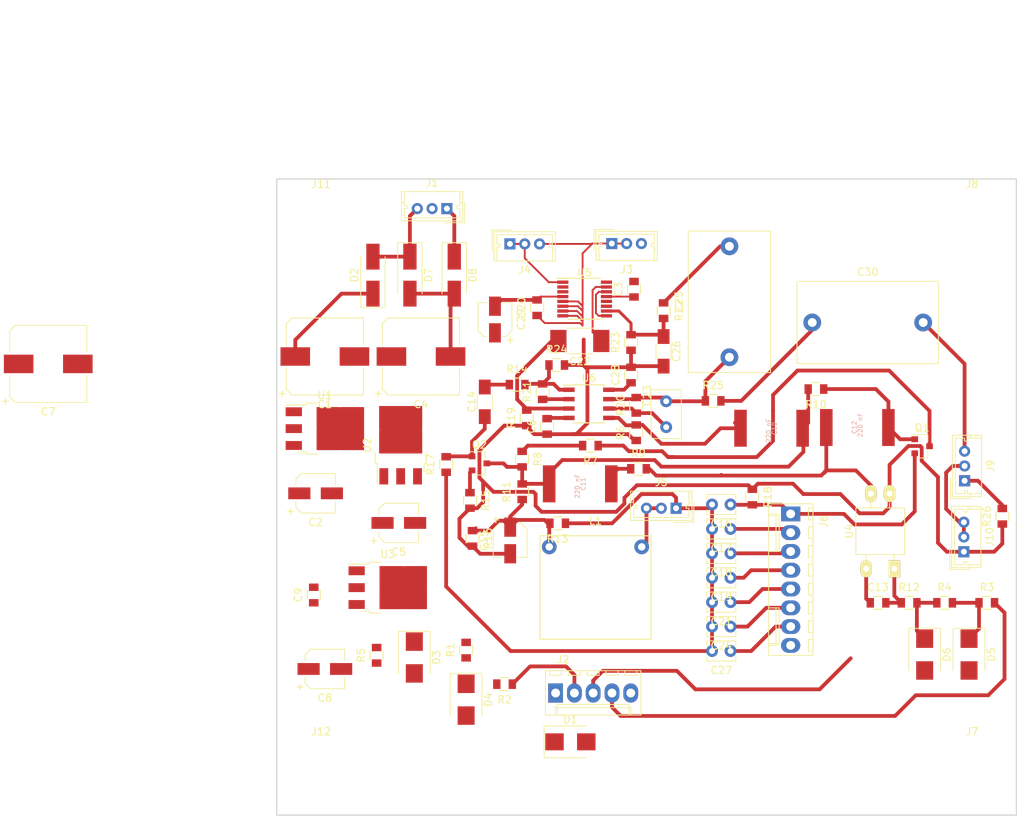
<source format=kicad_pcb>
(kicad_pcb (version 4) (host pcbnew 4.0.7-e0-6372~58~ubuntu16.10.1)
  (layers (0 F.Cu signal) (31 B.Cu signal) (34 B.Paste user) (35 F.Paste user) (36 B.SilkS user) (37 F.SilkS user) (38 B.Mask user) (39 F.Mask user) (44 Edge.Cuts user))
  (net 0 "")
  (net 1 AC+)
  (net 2 GNDA)
  (net 3 +15V)
  (net 4 -15V)
  (net 5 "Net-(C8-Pad1)")
  (net 6 "Net-(C7-Pad2)")
  (net 7 WAHOUT_BUFFER)
  (net 8 "Net-(C10-Pad2)")
  (net 9 "Net-(C11-Pad2)")
  (net 10 "Net-(C12-Pad1)")
  (net 11 "Net-(C12-Pad2)")
  (net 12 "Net-(C13-Pad2)")
  (net 13 "Net-(C14-Pad1)")
  (net 14 "Net-(C14-Pad2)")
  (net 15 "Net-(C15-Pad1)")
  (net 16 "Net-(C16-Pad1)")
  (net 17 "Net-(C16-Pad2)")
  (net 18 "Net-(C17-Pad1)")
  (net 19 "Net-(C18-Pad1)")
  (net 20 "Net-(C19-Pad1)")
  (net 21 "Net-(C21-Pad1)")
  (net 22 TO_BUFFER)
  (net 23 "Net-(C22-Pad2)")
  (net 24 "Net-(C23-Pad1)")
  (net 25 "Net-(C23-Pad2)")
  (net 26 "Net-(C24-Pad1)")
  (net 27 "Net-(C25-Pad2)")
  (net 28 FROM_FX)
  (net 29 "Net-(C27-Pad1)")
  (net 30 "Net-(C30-Pad1)")
  (net 31 "Net-(C30-Pad2)")
  (net 32 "Net-(D2-Pad2)")
  (net 33 "Net-(C4-Pad2)")
  (net 34 "Net-(D8-Pad1)")
  (net 35 Audio_OUT)
  (net 36 "Net-(J4-Pad1)")
  (net 37 "Net-(J5-Pad2)")
  (net 38 "Net-(J9-Pad1)")
  (net 39 "Net-(J10-Pad2)")
  (net 40 "Net-(Q1-Pad3)")
  (net 41 "Net-(Q2-Pad2)")
  (net 42 "Net-(D4-Pad1)")
  (net 43 WAH_SWITCH)
  (net 44 "Net-(J2-Pad2)")
  (net 45 "Net-(D5-Pad1)")
  (net 46 "Net-(J2-Pad4)")
  (net 47 WAH_TAPER)
  (net 48 GND)
  (net 49 "Net-(R7-Pad2)")
  (net 50 TO_FX)
  (net 51 "Net-(R21-Pad1)")
  (module Resistors_SMD_Addons:R_0805_HandSolder (layer F.Cu) (at 114.12 63.46 270)
    (fp_text reference R15 (at 0 -2.1 270) (layer F.SilkS))
    (fp_text value 470R)
    (pad 1 smd rect (at -1.05 0 270) (size 1 1.3) (layers F.Cu F.Paste F.Mask) (net 41 "Net-(Q2-Pad2)"))
    (pad 2 smd rect (at 1.05 0 270) (size 1 1.3) (layers F.Cu F.Paste F.Mask) (net 2 GNDA))
  )
  (module Resistors_SMD_Addons:R_0805_HandSolder (layer F.Cu) (at 136.3 34.9 90)
    (fp_text reference C3 (at 0 -2.1 90) (layer F.SilkS))
    (fp_text value "100 nF")
    (pad 1 smd rect (at -1.05 0 90) (size 1 1.3) (layers F.Cu F.Paste F.Mask) (net 3 +15V))
    (pad 2 smd rect (at 1.05 0 90) (size 1 1.3) (layers F.Cu F.Paste F.Mask) (net 2 GNDA))
  )
  (module Resistors_SMD_Addons:R_0805_HandSolder (layer F.Cu) (at 124.55 53.45 90)
    (fp_text reference C6 (at 0 -2.1 90) (layer F.SilkS))
    (fp_text value "100 nF")
    (pad 1 smd rect (at -1.05 0 90) (size 1 1.3) (layers F.Cu F.Paste F.Mask) (net 2 GNDA))
    (pad 2 smd rect (at 1.05 0 90) (size 1 1.3) (layers F.Cu F.Paste F.Mask) (net 4 -15V))
  )
  (module Resistors_SMD_Addons:R_0805_HandSolder (layer F.Cu) (at 93 76.25 90)
    (fp_text reference C9 (at 0 -2.1 90) (layer F.SilkS))
    (fp_text value "100 nF")
    (pad 1 smd rect (at -1.05 0 90) (size 1 1.3) (layers F.Cu F.Paste F.Mask) (net 5 "Net-(C8-Pad1)"))
    (pad 2 smd rect (at 1.05 0 90) (size 1 1.3) (layers F.Cu F.Paste F.Mask) (net 6 "Net-(C7-Pad2)"))
  )
  (module Capacitors_SMD_Addons:Capacitor-Wima-SMD2824-63v-L7,2 (layer F.Cu) (at 154.9 53.7 270)
    (fp_text reference C10 (at 0.02286 -0.40386 270) (layer B.SilkS) (effects (font (size 0.6096 0.6096) (thickness 0.0889))))
    (fp_text value "220 nF" (at 0.32766 0.3937 270) (layer B.SilkS) (effects (font (size 0.6096 0.6096) (thickness 0.0889))))
    (pad 1 smd rect (at 0 4.2 270) (size 5 1.7) (layers F.Cu F.Paste F.Mask) (net 7 WAHOUT_BUFFER))
    (pad 2 smd rect (at 0 -4.2 270) (size 5 1.7) (layers F.Cu F.Paste F.Mask) (net 8 "Net-(C10-Pad2)"))
  )
  (module Capacitors_SMD_Addons:Capacitor-Wima-SMD2824-63v-L7,2 (layer F.Cu) (at 129.032 61.214 270)
    (fp_text reference C11 (at 0.02286 -0.40386 270) (layer B.SilkS) (effects (font (size 0.6096 0.6096) (thickness 0.0889))))
    (fp_text value "220 nF" (at 0.32766 0.3937 270) (layer B.SilkS) (effects (font (size 0.6096 0.6096) (thickness 0.0889))))
    (pad 1 smd rect (at 0 4.2 270) (size 5 1.7) (layers F.Cu F.Paste F.Mask) (net 8 "Net-(C10-Pad2)"))
    (pad 2 smd rect (at 0 -4.2 270) (size 5 1.7) (layers F.Cu F.Paste F.Mask) (net 9 "Net-(C11-Pad2)"))
  )
  (module Capacitors_SMD_Addons:Capacitor-Wima-SMD2824-63v-L7,2 (layer F.Cu) (at 166.5 53.6 90)
    (fp_text reference C12 (at 0.02286 -0.40386 90) (layer B.SilkS) (effects (font (size 0.6096 0.6096) (thickness 0.0889))))
    (fp_text value "220 nF" (at 0.32766 0.3937 90) (layer B.SilkS) (effects (font (size 0.6096 0.6096) (thickness 0.0889))))
    (pad 1 smd rect (at 0 4.2 90) (size 5 1.7) (layers F.Cu F.Paste F.Mask) (net 10 "Net-(C12-Pad1)"))
    (pad 2 smd rect (at 0 -4.2 90) (size 5 1.7) (layers F.Cu F.Paste F.Mask) (net 11 "Net-(C12-Pad2)"))
  )
  (module Capacitors_SMD:C_1206_HandSoldering (layer F.Cu) (at 116.125 50.125 90)
    (fp_text reference C14 (at 0 -1.75 90) (layer F.SilkS))
    (fp_text value "10 nF")
    (pad 1 smd rect (at -2 0 90) (size 2 1.6) (layers F.Cu F.Paste F.Mask) (net 13 "Net-(C14-Pad1)"))
    (pad 2 smd rect (at 2 0 90) (size 2 1.6) (layers F.Cu F.Paste F.Mask) (net 14 "Net-(C14-Pad2)"))
  )
  (module Capacitors_ThroughHole:C_Disc_D3.8mm_W2.6mm_P2.50mm (layer F.Cu) (at 149.352 64.008 180)
    (fp_text reference C16 (at 1.25 -2.61 180) (layer F.SilkS))
    (fp_text value "1,2 nF")
    (pad 1 thru_hole circle (at 0 0 180) (size 1.6 1.6) (drill 0.8) (layers *.Cu *.Mask) (net 16 "Net-(C16-Pad1)"))
    (pad 2 thru_hole circle (at 2.5 0 180) (size 1.6 1.6) (drill 0.8) (layers *.Cu *.Mask) (net 17 "Net-(C16-Pad2)"))
  )
  (module Capacitors_ThroughHole:C_Disc_D3.8mm_W2.6mm_P2.50mm (layer F.Cu) (at 149.352 67.31 180)
    (fp_text reference C17 (at 1.25 -2.61 180) (layer F.SilkS))
    (fp_text value "1,2 nF")
    (pad 1 thru_hole circle (at 0 0 180) (size 1.6 1.6) (drill 0.8) (layers *.Cu *.Mask) (net 18 "Net-(C17-Pad1)"))
    (pad 2 thru_hole circle (at 2.5 0 180) (size 1.6 1.6) (drill 0.8) (layers *.Cu *.Mask) (net 17 "Net-(C16-Pad2)"))
  )
  (module Capacitors_ThroughHole:C_Disc_D3.8mm_W2.6mm_P2.50mm (layer F.Cu) (at 149.352 70.612 180)
    (fp_text reference C18 (at 1.25 -2.61 180) (layer F.SilkS))
    (fp_text value "1,2 nF")
    (pad 1 thru_hole circle (at 0 0 180) (size 1.6 1.6) (drill 0.8) (layers *.Cu *.Mask) (net 19 "Net-(C18-Pad1)"))
    (pad 2 thru_hole circle (at 2.5 0 180) (size 1.6 1.6) (drill 0.8) (layers *.Cu *.Mask) (net 17 "Net-(C16-Pad2)"))
  )
  (module Capacitors_ThroughHole:C_Disc_D3.8mm_W2.6mm_P2.50mm (layer F.Cu) (at 149.352 73.914 180)
    (fp_text reference C19 (at 1.25 -2.61 180) (layer F.SilkS))
    (fp_text value "1,2 nF")
    (pad 1 thru_hole circle (at 0 0 180) (size 1.6 1.6) (drill 0.8) (layers *.Cu *.Mask) (net 20 "Net-(C19-Pad1)"))
    (pad 2 thru_hole circle (at 2.5 0 180) (size 1.6 1.6) (drill 0.8) (layers *.Cu *.Mask) (net 17 "Net-(C16-Pad2)"))
  )
  (module Resistors_SMD_Addons:R_0805_HandSolder (layer F.Cu) (at 123.2 37.4 90)
    (fp_text reference C20 (at 0 -2.1 90) (layer F.SilkS))
    (fp_text value "100 nF")
    (pad 1 smd rect (at -1.05 0 90) (size 1 1.3) (layers F.Cu F.Paste F.Mask) (net 2 GNDA))
    (pad 2 smd rect (at 1.05 0 90) (size 1 1.3) (layers F.Cu F.Paste F.Mask) (net 4 -15V))
  )
  (module Capacitors_ThroughHole:C_Disc_D3.8mm_W2.6mm_P2.50mm (layer F.Cu) (at 149.352 77.216 180)
    (fp_text reference C21 (at 1.25 -2.61 180) (layer F.SilkS))
    (fp_text value "1,2 nF")
    (pad 1 thru_hole circle (at 0 0 180) (size 1.6 1.6) (drill 0.8) (layers *.Cu *.Mask) (net 21 "Net-(C21-Pad1)"))
    (pad 2 thru_hole circle (at 2.5 0 180) (size 1.6 1.6) (drill 0.8) (layers *.Cu *.Mask) (net 17 "Net-(C16-Pad2)"))
  )
  (module Capacitors_SMD:C_1812_HandSoldering (layer F.Cu) (at 128.975 41.9 180)
    (fp_text reference C22 (at 0 -2.75 180) (layer F.SilkS))
    (fp_text value 47nF)
    (pad 1 smd rect (at -2.9 0 180) (size 2.2 3) (layers F.Cu F.Paste F.Mask) (net 22 TO_BUFFER))
    (pad 2 smd rect (at 2.9 0 180) (size 2.2 3) (layers F.Cu F.Paste F.Mask) (net 23 "Net-(C22-Pad2)"))
  )
  (module Capacitor_THT_Addons:C_Disc_D6.5mm_W4.0mm_P3.50mm (layer F.Cu) (at 140.65 51.8 90)
    (fp_text reference C23 (at 2.5 -2.56 90) (layer F.SilkS))
    (fp_text value 56pF)
    (pad 1 thru_hole circle (at -1.75 0 90) (size 1.6 1.6) (drill 0.8) (layers *.Cu *.Mask) (net 24 "Net-(C23-Pad1)"))
    (pad 2 thru_hole circle (at 1.75 0 90) (size 1.6 1.6) (drill 0.8) (layers *.Cu *.Mask) (net 25 "Net-(C23-Pad2)"))
  )
  (module Capacitors_ThroughHole:C_Disc_D3.8mm_W2.6mm_P2.50mm (layer F.Cu) (at 149.352 80.518 180)
    (fp_text reference C24 (at 1.25 -2.61 180) (layer F.SilkS))
    (fp_text value "1,2 nF")
    (pad 1 thru_hole circle (at 0 0 180) (size 1.6 1.6) (drill 0.8) (layers *.Cu *.Mask) (net 26 "Net-(C24-Pad1)"))
    (pad 2 thru_hole circle (at 2.5 0 180) (size 1.6 1.6) (drill 0.8) (layers *.Cu *.Mask) (net 17 "Net-(C16-Pad2)"))
  )
  (module Capacitors_SMD:C_1206_HandSoldering (layer F.Cu) (at 140.3 43.3 270)
    (fp_text reference C26 (at 0 -1.75 270) (layer F.SilkS))
    (fp_text value 2,2nF)
    (pad 1 smd rect (at -2 0 270) (size 2 1.6) (layers F.Cu F.Paste F.Mask) (net 28 FROM_FX))
    (pad 2 smd rect (at 2 0 270) (size 2 1.6) (layers F.Cu F.Paste F.Mask) (net 2 GNDA))
  )
  (module Capacitors_ThroughHole:C_Disc_D3.8mm_W2.6mm_P2.50mm (layer F.Cu) (at 149.352 83.82 180)
    (fp_text reference C27 (at 1.25 -2.61 180) (layer F.SilkS))
    (fp_text value "1,2 nF")
    (pad 1 thru_hole circle (at 0 0 180) (size 1.6 1.6) (drill 0.8) (layers *.Cu *.Mask) (net 29 "Net-(C27-Pad1)"))
    (pad 2 thru_hole circle (at 2.5 0 180) (size 1.6 1.6) (drill 0.8) (layers *.Cu *.Mask) (net 17 "Net-(C16-Pad2)"))
  )
  (module Resistors_SMD_Addons:R_0805_HandSolder (layer F.Cu) (at 135.9 46.5 90)
    (fp_text reference C28 (at 0 -2.1 90) (layer F.SilkS))
    (fp_text value "100 nF")
    (pad 1 smd rect (at -1.05 0 90) (size 1 1.3) (layers F.Cu F.Paste F.Mask) (net 3 +15V))
    (pad 2 smd rect (at 1.05 0 90) (size 1 1.3) (layers F.Cu F.Paste F.Mask) (net 2 GNDA))
  )
  (module Diodes_SMD:D_SMA_Handsoldering (layer F.Cu) (at 101 33 90)
    (fp_text reference D2 (at 0 -2.5 90) (layer F.SilkS))
    (fp_text value D)
    (pad 1 smd rect (at -2.5 0 90) (size 3.5 1.8) (layers F.Cu F.Paste F.Mask) (net 1 AC+))
    (pad 2 smd rect (at 2.5 0 90) (size 3.5 1.8) (layers F.Cu F.Paste F.Mask) (net 32 "Net-(D2-Pad2)"))
  )
  (module Diodes_SMD:D_SMA_Handsoldering (layer F.Cu) (at 106 33 270)
    (fp_text reference D7 (at 0 -2.5 270) (layer F.SilkS))
    (fp_text value D)
    (pad 1 smd rect (at -2.5 0 270) (size 3.5 1.8) (layers F.Cu F.Paste F.Mask) (net 32 "Net-(D2-Pad2)"))
    (pad 2 smd rect (at 2.5 0 270) (size 3.5 1.8) (layers F.Cu F.Paste F.Mask) (net 33 "Net-(C4-Pad2)"))
  )
  (module Diodes_SMD:D_SMA_Handsoldering (layer F.Cu) (at 112 33 270)
    (fp_text reference D8 (at 0 -2.5 270) (layer F.SilkS))
    (fp_text value D)
    (pad 1 smd rect (at -2.5 0 270) (size 3.5 1.8) (layers F.Cu F.Paste F.Mask) (net 34 "Net-(D8-Pad1)"))
    (pad 2 smd rect (at 2.5 0 270) (size 3.5 1.8) (layers F.Cu F.Paste F.Mask) (net 33 "Net-(C4-Pad2)"))
  )
  (module Connectors_Molex:Molex_MicroLatch-53253-0370_03x2.00mm_Straight (layer F.Cu) (at 111 24 180)
    (fp_text reference J1 (at 2 3.5 180) (layer F.SilkS))
    (fp_text value CONN_01X03)
    (pad 1 thru_hole rect (at 0 0 180) (size 1.5 1.5) (drill 0.8) (layers *.Cu *.Mask) (net 34 "Net-(D8-Pad1)"))
    (pad 2 thru_hole circle (at 2 0 180) (size 1.5 1.5) (drill 0.8) (layers *.Cu *.Mask) (net 2 GNDA))
    (pad 3 thru_hole circle (at 4 0 180) (size 1.5 1.5) (drill 0.8) (layers *.Cu *.Mask) (net 32 "Net-(D2-Pad2)"))
  )
  (module Connectors_Molex:Molex_MicroLatch-53253-0370_03x2.00mm_Straight (layer F.Cu) (at 133.3 28.725)
    (fp_text reference J3 (at 2 3.5) (layer F.SilkS))
    (fp_text value CONN_01X03)
    (pad 1 thru_hole rect (at 0 0) (size 1.5 1.5) (drill 0.8) (layers *.Cu *.Mask) (net 2 GNDA))
    (pad 2 thru_hole circle (at 2 0) (size 1.5 1.5) (drill 0.8) (layers *.Cu *.Mask) (net 2 GNDA))
    (pad 3 thru_hole circle (at 4 0) (size 1.5 1.5) (drill 0.8) (layers *.Cu *.Mask) (net 35 Audio_OUT))
  )
  (module Connectors_Molex:Molex_MicroLatch-53253-0370_03x2.00mm_Straight (layer F.Cu) (at 119.525 28.775)
    (fp_text reference J4 (at 2 3.5) (layer F.SilkS))
    (fp_text value CONN_01X03)
    (pad 1 thru_hole rect (at 0 0) (size 1.5 1.5) (drill 0.8) (layers *.Cu *.Mask) (net 36 "Net-(J4-Pad1)"))
    (pad 2 thru_hole circle (at 2 0) (size 1.5 1.5) (drill 0.8) (layers *.Cu *.Mask) (net 36 "Net-(J4-Pad1)"))
    (pad 3 thru_hole circle (at 4 0) (size 1.5 1.5) (drill 0.8) (layers *.Cu *.Mask) (net 2 GNDA))
  )
  (module Connectors_Molex:Molex_MicroLatch-53253-0370_03x2.00mm_Straight (layer F.Cu) (at 141.986 64.516 180)
    (fp_text reference J5 (at 2 3.5 180) (layer F.SilkS))
    (fp_text value CONN_01X03)
    (pad 1 thru_hole rect (at 0 0 180) (size 1.5 1.5) (drill 0.8) (layers *.Cu *.Mask) (net 17 "Net-(C16-Pad2)"))
    (pad 2 thru_hole circle (at 2 0 180) (size 1.5 1.5) (drill 0.8) (layers *.Cu *.Mask) (net 37 "Net-(J5-Pad2)"))
    (pad 3 thru_hole circle (at 4 0 180) (size 1.5 1.5) (drill 0.8) (layers *.Cu *.Mask) (net 37 "Net-(J5-Pad2)"))
  )
  (module Connectors_Molex:Molex_MicroLatch-53253-0370_03x2.00mm_Straight (layer F.Cu) (at 181 60.8 90)
    (fp_text reference J9 (at 2 3.5 90) (layer F.SilkS))
    (fp_text value CONN_01X03)
    (pad 1 thru_hole rect (at 0 0 90) (size 1.5 1.5) (drill 0.8) (layers *.Cu *.Mask) (net 38 "Net-(J9-Pad1)"))
    (pad 2 thru_hole circle (at 2 0 90) (size 1.5 1.5) (drill 0.8) (layers *.Cu *.Mask) (net 39 "Net-(J10-Pad2)"))
    (pad 3 thru_hole circle (at 4 0 90) (size 1.5 1.5) (drill 0.8) (layers *.Cu *.Mask) (net 31 "Net-(C30-Pad2)"))
  )
  (module Connectors_Molex:Molex_MicroLatch-53253-0370_03x2.00mm_Straight (layer F.Cu) (at 180.9 70.4 90)
    (fp_text reference J10 (at 2 3.5 90) (layer F.SilkS))
    (fp_text value CONN_01X03)
    (pad 1 thru_hole rect (at 0 0 90) (size 1.5 1.5) (drill 0.8) (layers *.Cu *.Mask) (net 2 GNDA))
    (pad 2 thru_hole circle (at 2 0 90) (size 1.5 1.5) (drill 0.8) (layers *.Cu *.Mask) (net 39 "Net-(J10-Pad2)"))
    (pad 3 thru_hole circle (at 4 0 90) (size 1.5 1.5) (drill 0.8) (layers *.Cu *.Mask) (net 39 "Net-(J10-Pad2)"))
  )
  (module Choke_SMD_Addons:Choke_Horizontal_RM12.5_DunlopWah (layer F.Cu) (at 131.09 69.74)
    (fp_text reference L1 (at 0 -3.50012) (layer F.SilkS))
    (fp_text value L_Core_Ferrite)
    (pad 1 thru_hole circle (at -6.25 0) (size 1.99898 1.99898) (drill 1.00076) (layers *.Cu *.Mask) (net 15 "Net-(C15-Pad1)"))
    (pad 2 thru_hole circle (at 6.25 0) (size 1.99898 1.99898) (drill 1.00076) (layers *.Cu *.Mask) (net 37 "Net-(J5-Pad2)"))
  )
  (module TO_SOT_Packages_SMD:SOT-23 (layer F.Cu) (at 175.26 56.134)
    (fp_text reference Q1 (at 0 -2.5) (layer F.SilkS))
    (fp_text value MMBT5089)
    (pad 1 smd rect (at -1 -0.95) (size 0.9 0.8) (layers F.Cu F.Paste F.Mask) (net 10 "Net-(C12-Pad1)"))
    (pad 2 smd rect (at -1 0.95) (size 0.9 0.8) (layers F.Cu F.Paste F.Mask) (net 16 "Net-(C16-Pad1)"))
    (pad 3 smd rect (at 1 0) (size 0.9 0.8) (layers F.Cu F.Paste F.Mask) (net 40 "Net-(Q1-Pad3)"))
  )
  (module TO_SOT_Packages_SMD:SOT-23 (layer F.Cu) (at 115.4 58.45)
    (fp_text reference Q2 (at 0 -2.5) (layer F.SilkS))
    (fp_text value MMBT5089)
    (pad 1 smd rect (at -1 -0.95) (size 0.9 0.8) (layers F.Cu F.Paste F.Mask) (net 13 "Net-(C14-Pad1)"))
    (pad 2 smd rect (at -1 0.95) (size 0.9 0.8) (layers F.Cu F.Paste F.Mask) (net 41 "Net-(Q2-Pad2)"))
    (pad 3 smd rect (at 1 0) (size 0.9 0.8) (layers F.Cu F.Paste F.Mask) (net 8 "Net-(C10-Pad2)"))
  )
  (module Resistors_SMD_Addons:R_0805_HandSolder (layer F.Cu) (at 113.6 83.7 90)
    (fp_text reference R1 (at 0 -2.1 90) (layer F.SilkS))
    (fp_text value 1K)
    (pad 1 smd rect (at -1.05 0 90) (size 1 1.3) (layers F.Cu F.Paste F.Mask) (net 42 "Net-(D4-Pad1)"))
    (pad 2 smd rect (at 1.05 0 90) (size 1 1.3) (layers F.Cu F.Paste F.Mask) (net 43 WAH_SWITCH))
  )
  (module Resistors_SMD_Addons:R_0805_HandSolder (layer F.Cu) (at 118.8 88.3 180)
    (fp_text reference R2 (at 0 -2.1 180) (layer F.SilkS))
    (fp_text value 10R)
    (pad 1 smd rect (at -1.05 0 180) (size 1 1.3) (layers F.Cu F.Paste F.Mask) (net 44 "Net-(J2-Pad2)"))
    (pad 2 smd rect (at 1.05 0 180) (size 1 1.3) (layers F.Cu F.Paste F.Mask) (net 42 "Net-(D4-Pad1)"))
  )
  (module Resistors_SMD_Addons:R_0805_HandSolder (layer F.Cu) (at 184 77.3)
    (fp_text reference R3 (at 0 -2.1) (layer F.SilkS))
    (fp_text value 10R)
    (pad 1 smd rect (at -1.05 0) (size 1 1.3) (layers F.Cu F.Paste F.Mask) (net 45 "Net-(D5-Pad1)"))
    (pad 2 smd rect (at 1.05 0) (size 1 1.3) (layers F.Cu F.Paste F.Mask) (net 46 "Net-(J2-Pad4)"))
  )
  (module Resistors_SMD_Addons:R_0805_HandSolder (layer F.Cu) (at 178.3 77.3)
    (fp_text reference R4 (at 0 -2.1) (layer F.SilkS))
    (fp_text value 1K)
    (pad 1 smd rect (at -1.05 0) (size 1 1.3) (layers F.Cu F.Paste F.Mask) (net 47 WAH_TAPER))
    (pad 2 smd rect (at 1.05 0) (size 1 1.3) (layers F.Cu F.Paste F.Mask) (net 45 "Net-(D5-Pad1)"))
  )
  (module Resistors_SMD_Addons:R_0805_HandSolder (layer F.Cu) (at 101.5 84.4 90)
    (fp_text reference R5 (at 0 -2.1 90) (layer F.SilkS))
    (fp_text value 100K)
    (pad 1 smd rect (at -1.05 0 90) (size 1 1.3) (layers F.Cu F.Paste F.Mask) (net 48 GND))
    (pad 2 smd rect (at 1.05 0 90) (size 1 1.3) (layers F.Cu F.Paste F.Mask) (net 43 WAH_SWITCH))
  )
  (module Resistors_SMD_Addons:R_0805_HandSolder (layer F.Cu) (at 136.6 54.3 90)
    (fp_text reference R6 (at 0 -2.1 90) (layer F.SilkS))
    (fp_text value 1M)
    (pad 1 smd rect (at -1.05 0 90) (size 1 1.3) (layers F.Cu F.Paste F.Mask) (net 2 GNDA))
    (pad 2 smd rect (at 1.05 0 90) (size 1 1.3) (layers F.Cu F.Paste F.Mask) (net 7 WAHOUT_BUFFER))
  )
  (module Resistors_SMD_Addons:R_0805_HandSolder (layer F.Cu) (at 130.4 56.05 180)
    (fp_text reference R7 (at 0 -2.1 180) (layer F.SilkS))
    (fp_text value 1K)
    (pad 1 smd rect (at -1.05 0 180) (size 1 1.3) (layers F.Cu F.Paste F.Mask) (net 40 "Net-(Q1-Pad3)"))
    (pad 2 smd rect (at 1.05 0 180) (size 1 1.3) (layers F.Cu F.Paste F.Mask) (net 49 "Net-(R7-Pad2)"))
  )
  (module Resistors_SMD_Addons:R_0805_HandSolder (layer F.Cu) (at 121.175 57.875 270)
    (fp_text reference R8 (at 0 -2.1 270) (layer F.SilkS))
    (fp_text value 22K)
    (pad 1 smd rect (at -1.05 0 270) (size 1 1.3) (layers F.Cu F.Paste F.Mask) (net 49 "Net-(R7-Pad2)"))
    (pad 2 smd rect (at 1.05 0 270) (size 1 1.3) (layers F.Cu F.Paste F.Mask) (net 8 "Net-(C10-Pad2)"))
  )
  (module Resistors_SMD_Addons:R_0805_HandSolder (layer F.Cu) (at 136.906 59.182)
    (fp_text reference R9 (at 0 -2.1) (layer F.SilkS))
    (fp_text value 100K)
    (pad 1 smd rect (at -1.05 0) (size 1 1.3) (layers F.Cu F.Paste F.Mask) (net 9 "Net-(C11-Pad2)"))
    (pad 2 smd rect (at 1.05 0) (size 1 1.3) (layers F.Cu F.Paste F.Mask) (net 11 "Net-(C12-Pad2)"))
  )
  (module Resistors_SMD_Addons:R_0805_HandSolder (layer F.Cu) (at 160.9 48.4 180)
    (fp_text reference R10 (at 0 -2.1 180) (layer F.SilkS))
    (fp_text value 470K)
    (pad 1 smd rect (at -1.05 0 180) (size 1 1.3) (layers F.Cu F.Paste F.Mask) (net 10 "Net-(C12-Pad1)"))
    (pad 2 smd rect (at 1.05 0 180) (size 1 1.3) (layers F.Cu F.Paste F.Mask) (net 8 "Net-(C10-Pad2)"))
  )
  (module Resistors_SMD_Addons:R_0805_HandSolder (layer F.Cu) (at 121.18 62.28 90)
    (fp_text reference R11 (at 0 -2.1 90) (layer F.SilkS))
    (fp_text value 470K)
    (pad 1 smd rect (at -1.05 0 90) (size 1 1.3) (layers F.Cu F.Paste F.Mask) (net 15 "Net-(C15-Pad1)"))
    (pad 2 smd rect (at 1.05 0 90) (size 1 1.3) (layers F.Cu F.Paste F.Mask) (net 8 "Net-(C10-Pad2)"))
  )
  (module Resistors_SMD_Addons:R_0805_HandSolder (layer F.Cu) (at 173.5 77.3)
    (fp_text reference R12 (at 0 -2.1) (layer F.SilkS))
    (fp_text value 2K2)
    (pad 1 smd rect (at -1.05 0) (size 1 1.3) (layers F.Cu F.Paste F.Mask) (net 12 "Net-(C13-Pad2)"))
    (pad 2 smd rect (at 1.05 0) (size 1 1.3) (layers F.Cu F.Paste F.Mask) (net 47 WAH_TAPER))
  )
  (module Resistors_SMD_Addons:R_0805_HandSolder (layer F.Cu) (at 125.984 66.548 180)
    (fp_text reference R13 (at 0 -2.1 180) (layer F.SilkS))
    (fp_text value 33K)
    (pad 1 smd rect (at -1.05 0 180) (size 1 1.3) (layers F.Cu F.Paste F.Mask) (net 17 "Net-(C16-Pad2)"))
    (pad 2 smd rect (at 1.05 0 180) (size 1 1.3) (layers F.Cu F.Paste F.Mask) (net 15 "Net-(C15-Pad1)"))
  )
  (module Resistors_SMD_Addons:R_0805_HandSolder (layer F.Cu) (at 120.5 47.8)
    (fp_text reference R14 (at 0 -2.1) (layer F.SilkS))
    (fp_text value 68K)
    (pad 1 smd rect (at -1.05 0) (size 1 1.3) (layers F.Cu F.Paste F.Mask) (net 14 "Net-(C14-Pad2)"))
    (pad 2 smd rect (at 1.05 0) (size 1 1.3) (layers F.Cu F.Paste F.Mask) (net 50 TO_FX))
  )
  (module Resistors_SMD_Addons:R_0805_HandSolder (layer F.Cu) (at 114.47 68.59 270)
    (fp_text reference R16 (at 0 -2.1 270) (layer F.SilkS))
    (fp_text value 82K)
    (pad 1 smd rect (at -1.05 0 270) (size 1 1.3) (layers F.Cu F.Paste F.Mask) (net 15 "Net-(C15-Pad1)"))
    (pad 2 smd rect (at 1.05 0 270) (size 1 1.3) (layers F.Cu F.Paste F.Mask) (net 2 GNDA))
  )
  (module Resistors_SMD_Addons:R_0805_HandSolder (layer F.Cu) (at 110.9 58.6 90)
    (fp_text reference R17 (at 0 -2.1 90) (layer F.SilkS))
    (fp_text value 1K5)
    (pad 1 smd rect (at -1.05 0 90) (size 1 1.3) (layers F.Cu F.Paste F.Mask) (net 17 "Net-(C16-Pad2)"))
    (pad 2 smd rect (at 1.05 0 90) (size 1 1.3) (layers F.Cu F.Paste F.Mask) (net 13 "Net-(C14-Pad1)"))
  )
  (module Resistors_SMD_Addons:R_0805_HandSolder (layer F.Cu) (at 152.3 63 270)
    (fp_text reference R18 (at 0 -2.1 270) (layer F.SilkS))
    (fp_text value 10K)
    (pad 1 smd rect (at -1.05 0 270) (size 1 1.3) (layers F.Cu F.Paste F.Mask) (net 2 GNDA))
    (pad 2 smd rect (at 1.05 0 270) (size 1 1.3) (layers F.Cu F.Paste F.Mask) (net 16 "Net-(C16-Pad1)"))
  )
  (module Resistors_SMD_Addons:R_0805_HandSolder (layer F.Cu) (at 121.8 52.3 90)
    (fp_text reference R19 (at 0 -2.1 90) (layer F.SilkS))
    (fp_text value 1M)
    (pad 1 smd rect (at -1.05 0 90) (size 1 1.3) (layers F.Cu F.Paste F.Mask) (net 2 GNDA))
    (pad 2 smd rect (at 1.05 0 90) (size 1 1.3) (layers F.Cu F.Paste F.Mask) (net 23 "Net-(C22-Pad2)"))
  )
  (module Resistors_SMD_Addons:R_0805_HandSolder (layer F.Cu) (at 136.6 50.6 90)
    (fp_text reference R20 (at 0 -2.1 90) (layer F.SilkS))
    (fp_text value 68K)
    (pad 1 smd rect (at -1.05 0 90) (size 1 1.3) (layers F.Cu F.Paste F.Mask) (net 24 "Net-(C23-Pad1)"))
    (pad 2 smd rect (at 1.05 0 90) (size 1 1.3) (layers F.Cu F.Paste F.Mask) (net 25 "Net-(C23-Pad2)"))
  )
  (module Resistors_SMD_Addons:R_0805_HandSolder (layer F.Cu) (at 123.95 48.75 90)
    (fp_text reference R21 (at 0 -2.1 90) (layer F.SilkS))
    (fp_text value 2,2K)
    (pad 1 smd rect (at -1.05 0 90) (size 1 1.3) (layers F.Cu F.Paste F.Mask) (net 51 "Net-(R21-Pad1)"))
    (pad 2 smd rect (at 1.05 0 90) (size 1 1.3) (layers F.Cu F.Paste F.Mask) (net 50 TO_FX))
  )
  (module Resistors_SMD_Addons:R_0805_HandSolder (layer F.Cu) (at 140.3 37.8 270)
    (fp_text reference R22 (at 0 -2.1 270) (layer F.SilkS))
    (fp_text value 1K)
    (pad 1 smd rect (at -1.05 0 270) (size 1 1.3) (layers F.Cu F.Paste F.Mask) (net 27 "Net-(C25-Pad2)"))
    (pad 2 smd rect (at 1.05 0 270) (size 1 1.3) (layers F.Cu F.Paste F.Mask) (net 28 FROM_FX))
  )
  (module Resistors_SMD_Addons:R_0805_HandSolder (layer F.Cu) (at 135.9 42.1 90)
    (fp_text reference R23 (at 0 -2.1 90) (layer F.SilkS))
    (fp_text value 22K)
    (pad 1 smd rect (at -1.05 0 90) (size 1 1.3) (layers F.Cu F.Paste F.Mask) (net 2 GNDA))
    (pad 2 smd rect (at 1.05 0 90) (size 1 1.3) (layers F.Cu F.Paste F.Mask) (net 28 FROM_FX))
  )
  (module Resistors_SMD_Addons:R_0805_HandSolder (layer F.Cu) (at 125.85 45.15)
    (fp_text reference R24 (at 0 -2.1) (layer F.SilkS))
    (fp_text value 22K)
    (pad 1 smd rect (at -1.05 0) (size 1 1.3) (layers F.Cu F.Paste F.Mask) (net 50 TO_FX))
    (pad 2 smd rect (at 1.05 0) (size 1 1.3) (layers F.Cu F.Paste F.Mask) (net 2 GNDA))
  )
  (module Resistors_SMD_Addons:R_0805_HandSolder (layer F.Cu) (at 147 50)
    (fp_text reference R25 (at 0 -2.1) (layer F.SilkS))
    (fp_text value 11K)
    (pad 1 smd rect (at -1.05 0) (size 1 1.3) (layers F.Cu F.Paste F.Mask) (net 25 "Net-(C23-Pad2)"))
    (pad 2 smd rect (at 1.05 0) (size 1 1.3) (layers F.Cu F.Paste F.Mask) (net 30 "Net-(C30-Pad1)"))
  )
  (module Resistors_SMD_Addons:R_0805_HandSolder (layer F.Cu) (at 186.1 65.6 90)
    (fp_text reference R26 (at 0 -2.1 90) (layer F.SilkS))
    (fp_text value 10M)
    (pad 1 smd rect (at -1.05 0 90) (size 1 1.3) (layers F.Cu F.Paste F.Mask) (net 2 GNDA))
    (pad 2 smd rect (at 1.05 0 90) (size 1 1.3) (layers F.Cu F.Paste F.Mask) (net 38 "Net-(J9-Pad1)"))
  )
  (module TO_SOT_Packages_SMD:TO-252-3_TabPin2 (layer F.Cu) (at 94.5 53.75)
    (fp_text reference U1 (at 0 -4.5) (layer F.SilkS))
    (fp_text value LM7815ACT)
    (pad 1 smd rect (at -4.2 -2.28) (size 2.2 1.2) (layers F.Cu F.Paste F.Mask) (net 1 AC+))
    (pad 2 smd rect (at -4.2 0) (size 2.2 1.2) (layers F.Cu F.Paste F.Mask) (net 2 GNDA))
    (pad 3 smd rect (at -4.2 2.28) (size 2.2 1.2) (layers F.Cu F.Paste F.Mask) (net 3 +15V))
    (pad 2 smd rect (at 2.1 0) (size 6.4 5.8) (layers F.Cu F.Mask) (net 2 GNDA))
    (pad 2 smd rect (at 3.775 1.525) (size 3.05 2.75) (layers F.Cu F.Paste) (net 2 GNDA))
    (pad 2 smd rect (at 0.425 -1.525) (size 3.05 2.75) (layers F.Cu F.Paste) (net 2 GNDA))
    (pad 2 smd rect (at 3.775 -1.525) (size 3.05 2.75) (layers F.Cu F.Paste) (net 2 GNDA))
    (pad 2 smd rect (at 0.425 1.525) (size 3.05 2.75) (layers F.Cu F.Paste) (net 2 GNDA))
  )
  (module TO_SOT_Packages_SMD:TO-252-3_TabPin2 (layer F.Cu) (at 104.75 56 90)
    (fp_text reference U2 (at 0 -4.5 90) (layer F.SilkS))
    (fp_text value LM7915CT)
    (pad 1 smd rect (at -4.2 -2.28 90) (size 2.2 1.2) (layers F.Cu F.Paste F.Mask) (net 2 GNDA))
    (pad 2 smd rect (at -4.2 0 90) (size 2.2 1.2) (layers F.Cu F.Paste F.Mask) (net 33 "Net-(C4-Pad2)"))
    (pad 3 smd rect (at -4.2 2.28 90) (size 2.2 1.2) (layers F.Cu F.Paste F.Mask) (net 4 -15V))
    (pad 2 smd rect (at 2.1 0 90) (size 6.4 5.8) (layers F.Cu F.Mask) (net 33 "Net-(C4-Pad2)"))
    (pad 2 smd rect (at 3.775 1.525 90) (size 3.05 2.75) (layers F.Cu F.Paste) (net 33 "Net-(C4-Pad2)"))
    (pad 2 smd rect (at 0.425 -1.525 90) (size 3.05 2.75) (layers F.Cu F.Paste) (net 33 "Net-(C4-Pad2)"))
    (pad 2 smd rect (at 3.775 -1.525 90) (size 3.05 2.75) (layers F.Cu F.Paste) (net 33 "Net-(C4-Pad2)"))
    (pad 2 smd rect (at 0.425 1.525 90) (size 3.05 2.75) (layers F.Cu F.Paste) (net 33 "Net-(C4-Pad2)"))
  )
  (module TO_SOT_Packages_SMD:TO-252-3_TabPin2 (layer F.Cu) (at 103 75.25)
    (fp_text reference U3 (at 0 -4.5) (layer F.SilkS))
    (fp_text value LM7809ACT)
    (pad 1 smd rect (at -4.2 -2.28) (size 2.2 1.2) (layers F.Cu F.Paste F.Mask) (net 3 +15V))
    (pad 2 smd rect (at -4.2 0) (size 2.2 1.2) (layers F.Cu F.Paste F.Mask) (net 6 "Net-(C7-Pad2)"))
    (pad 3 smd rect (at -4.2 2.28) (size 2.2 1.2) (layers F.Cu F.Paste F.Mask) (net 5 "Net-(C8-Pad1)"))
    (pad 2 smd rect (at 2.1 0) (size 6.4 5.8) (layers F.Cu F.Mask) (net 6 "Net-(C7-Pad2)"))
    (pad 2 smd rect (at 3.775 1.525) (size 3.05 2.75) (layers F.Cu F.Paste) (net 6 "Net-(C7-Pad2)"))
    (pad 2 smd rect (at 0.425 -1.525) (size 3.05 2.75) (layers F.Cu F.Paste) (net 6 "Net-(C7-Pad2)"))
    (pad 2 smd rect (at 3.775 -1.525) (size 3.05 2.75) (layers F.Cu F.Paste) (net 6 "Net-(C7-Pad2)"))
    (pad 2 smd rect (at 0.425 1.525) (size 3.05 2.75) (layers F.Cu F.Paste) (net 6 "Net-(C7-Pad2)"))
  )
  (module Housings_SSOP:TSSOP-16_4.4x5mm_Pitch0.65mm (layer F.Cu) (at 129.625 36.225)
    (fp_text reference U5 (at 0 -3.55) (layer F.SilkS))
    (fp_text value ADG5413F)
    (pad 1 smd rect (at -2.95 -2.275) (size 1.5 0.45) (layers F.Cu F.Paste F.Mask) (net 36 "Net-(J4-Pad1)"))
    (pad 2 smd rect (at -2.95 -1.625) (size 1.5 0.45) (layers F.Cu F.Paste F.Mask) (net 35 Audio_OUT))
    (pad 3 smd rect (at -2.95 -0.975) (size 1.5 0.45) (layers F.Cu F.Paste F.Mask) (net 43 WAH_SWITCH))
    (pad 4 smd rect (at -2.95 -0.325) (size 1.5 0.45) (layers F.Cu F.Paste F.Mask) (net 4 -15V))
    (pad 5 smd rect (at -2.95 0.325) (size 1.5 0.45) (layers F.Cu F.Paste F.Mask) (net 2 GNDA))
    (pad 6 smd rect (at -2.95 0.975) (size 1.5 0.45) (layers F.Cu F.Paste F.Mask) (net 2 GNDA))
    (pad 7 smd rect (at -2.95 1.625) (size 1.5 0.45) (layers F.Cu F.Paste F.Mask) (net 2 GNDA))
    (pad 8 smd rect (at -2.95 2.275) (size 1.5 0.45) (layers F.Cu F.Paste F.Mask) (net 2 GNDA))
    (pad 9 smd rect (at 2.95 2.275) (size 1.5 0.45) (layers F.Cu F.Paste F.Mask) (net 43 WAH_SWITCH))
    (pad 10 smd rect (at 2.95 1.625) (size 1.5 0.45) (layers F.Cu F.Paste F.Mask) (net 28 FROM_FX))
    (pad 11 smd rect (at 2.95 0.975) (size 1.5 0.45) (layers F.Cu F.Paste F.Mask) (net 35 Audio_OUT))
    (pad 12 smd rect (at 2.95 0.325) (size 1.5 0.45) (layers F.Cu F.Paste F.Mask))
    (pad 13 smd rect (at 2.95 -0.325) (size 1.5 0.45) (layers F.Cu F.Paste F.Mask) (net 3 +15V))
    (pad 14 smd rect (at 2.95 -0.975) (size 1.5 0.45) (layers F.Cu F.Paste F.Mask) (net 43 WAH_SWITCH))
    (pad 15 smd rect (at 2.95 -1.625) (size 1.5 0.45) (layers F.Cu F.Paste F.Mask) (net 22 TO_BUFFER))
    (pad 16 smd rect (at 2.95 -2.275) (size 1.5 0.45) (layers F.Cu F.Paste F.Mask) (net 36 "Net-(J4-Pad1)"))
  )
  (module Housings_SOIC:SOIC-8_3.9x4.9mm_Pitch1.27mm (layer F.Cu) (at 130.2 50.4)
    (fp_text reference U6 (at 0 -3.5) (layer F.SilkS))
    (fp_text value OPA1642)
    (pad 1 smd rect (at -2.7 -1.905) (size 1.55 0.6) (layers F.Cu F.Paste F.Mask) (net 50 TO_FX))
    (pad 2 smd rect (at -2.7 -0.635) (size 1.55 0.6) (layers F.Cu F.Paste F.Mask) (net 51 "Net-(R21-Pad1)"))
    (pad 3 smd rect (at -2.7 0.635) (size 1.55 0.6) (layers F.Cu F.Paste F.Mask) (net 23 "Net-(C22-Pad2)"))
    (pad 4 smd rect (at -2.7 1.905) (size 1.55 0.6) (layers F.Cu F.Paste F.Mask) (net 4 -15V))
    (pad 5 smd rect (at 2.7 1.905) (size 1.55 0.6) (layers F.Cu F.Paste F.Mask) (net 7 WAHOUT_BUFFER))
    (pad 6 smd rect (at 2.7 0.635) (size 1.55 0.6) (layers F.Cu F.Paste F.Mask) (net 24 "Net-(C23-Pad1)"))
    (pad 7 smd rect (at 2.7 -0.635) (size 1.55 0.6) (layers F.Cu F.Paste F.Mask) (net 25 "Net-(C23-Pad2)"))
    (pad 8 smd rect (at 2.7 -1.905) (size 1.55 0.6) (layers F.Cu F.Paste F.Mask) (net 3 +15V))
  )
  (module Resistors_SMD_Addons:R_0805_HandSolder (layer F.Cu) (at 169.3 77.3)
    (fp_text reference C13 (at 0 -2.1) (layer F.SilkS))
    (fp_text value "220 nF")
    (pad 1 smd rect (at -1.05 0) (size 1 1.3) (layers F.Cu F.Paste F.Mask) (net 2 GNDA))
    (pad 2 smd rect (at 1.05 0) (size 1 1.3) (layers F.Cu F.Paste F.Mask) (net 12 "Net-(C13-Pad2)"))
  )
  (module Capacitors_SMD:CP_Elec_4x5.8 (layer F.Cu) (at 119.56 68.87 270)
    (fp_text reference C15 (at 0 3.54 270) (layer F.SilkS))
    (fp_text value "4,7 uF")
    (fp_text user + (at -2.78 2.01 270) (layer F.SilkS))
    (pad 1 smd rect (at -1.8 0 90) (size 2.6 1.6) (layers F.Cu F.Paste F.Mask) (net 15 "Net-(C15-Pad1)"))
    (pad 2 smd rect (at 1.8 0 90) (size 2.6 1.6) (layers F.Cu F.Paste F.Mask) (net 2 GNDA))
  )
  (module Capacitors_SMD:CP_Elec_4x5.8 (layer F.Cu) (at 117.5 39 90)
    (fp_text reference C29 (at 0 3.54 90) (layer F.SilkS))
    (fp_text value "4,7 uF")
    (fp_text user + (at -2.78 2.01 90) (layer F.SilkS))
    (pad 1 smd rect (at -1.8 0 270) (size 2.6 1.6) (layers F.Cu F.Paste F.Mask) (net 2 GNDA))
    (pad 2 smd rect (at 1.8 0 270) (size 2.6 1.6) (layers F.Cu F.Paste F.Mask) (net 4 -15V))
  )
  (module Diodes_SMD:D_SMB (layer F.Cu) (at 127.7 96.1)
    (fp_text reference D1 (at 0 -3) (layer F.SilkS))
    (fp_text value D_TVS)
    (pad 1 smd rect (at -2.15 0) (size 2.5 2.3) (layers F.Cu F.Paste F.Mask) (net 3 +15V))
    (pad 2 smd rect (at 2.15 0) (size 2.5 2.3) (layers F.Cu F.Paste F.Mask) (net 48 GND))
  )
  (module Diodes_SMD:D_SMB (layer F.Cu) (at 106.6 84.7 270)
    (fp_text reference D3 (at 0 -3 270) (layer F.SilkS))
    (fp_text value D_Zener)
    (pad 1 smd rect (at -2.15 0 270) (size 2.5 2.3) (layers F.Cu F.Paste F.Mask) (net 43 WAH_SWITCH))
    (pad 2 smd rect (at 2.15 0 270) (size 2.5 2.3) (layers F.Cu F.Paste F.Mask) (net 48 GND))
  )
  (module Diodes_SMD:D_SMB (layer F.Cu) (at 113.6 90.4 270)
    (fp_text reference D4 (at 0 -3 270) (layer F.SilkS))
    (fp_text value D_TVS)
    (pad 1 smd rect (at -2.15 0 270) (size 2.5 2.3) (layers F.Cu F.Paste F.Mask) (net 42 "Net-(D4-Pad1)"))
    (pad 2 smd rect (at 2.15 0 270) (size 2.5 2.3) (layers F.Cu F.Paste F.Mask) (net 48 GND))
  )
  (module Diodes_SMD:D_SMB (layer F.Cu) (at 181.6 84.3 270)
    (fp_text reference D5 (at 0 -3 270) (layer F.SilkS))
    (fp_text value D_TVS)
    (pad 1 smd rect (at -2.15 0 270) (size 2.5 2.3) (layers F.Cu F.Paste F.Mask) (net 45 "Net-(D5-Pad1)"))
    (pad 2 smd rect (at 2.15 0 270) (size 2.5 2.3) (layers F.Cu F.Paste F.Mask) (net 48 GND))
  )
  (module Diodes_SMD:D_SMB (layer F.Cu) (at 175.6 84.3 270)
    (fp_text reference D6 (at 0 -3 270) (layer F.SilkS))
    (fp_text value D_Zener)
    (pad 1 smd rect (at -2.15 0 270) (size 2.5 2.3) (layers F.Cu F.Paste F.Mask) (net 47 WAH_TAPER))
    (pad 2 smd rect (at 2.15 0 270) (size 2.5 2.3) (layers F.Cu F.Paste F.Mask) (net 48 GND))
  )
  (module Connectors_Molex:Molex_KK-6410-05_05x2.54mm_Straight (layer F.Cu) (at 125.7 89.5)
    (fp_text reference J2 (at 1 -4.5) (layer F.SilkS))
    (fp_text value XLR5)
    (pad 1 thru_hole rect (at 0 0) (size 2 2.6) (drill 1.2) (layers *.Cu *.Mask) (net 3 +15V))
    (pad 2 thru_hole oval (at 2.54 0) (size 2 2.6) (drill 1.2) (layers *.Cu *.Mask) (net 44 "Net-(J2-Pad2)"))
    (pad 3 thru_hole oval (at 5.08 0) (size 2 2.6) (drill 1.2) (layers *.Cu *.Mask) (net 48 GND))
    (pad 4 thru_hole oval (at 7.62 0) (size 2 2.6) (drill 1.2) (layers *.Cu *.Mask) (net 46 "Net-(J2-Pad4)"))
    (pad 5 thru_hole oval (at 10.16 0) (size 2 2.6) (drill 1.2) (layers *.Cu *.Mask) (net 48 GND))
  )
  (module Connectors_Molex:Molex_KK-6410-08_08x2.54mm_Straight (layer F.Cu) (at 157.48 65.278 270)
    (fp_text reference J6 (at 1 -4.5 270) (layer F.SilkS))
    (fp_text value CONN_01X08)
    (pad 1 thru_hole rect (at 0 0 270) (size 2 2.6) (drill 1.2) (layers *.Cu *.Mask) (net 16 "Net-(C16-Pad1)"))
    (pad 2 thru_hole oval (at 2.54 0 270) (size 2 2.6) (drill 1.2) (layers *.Cu *.Mask) (net 18 "Net-(C17-Pad1)"))
    (pad 3 thru_hole oval (at 5.08 0 270) (size 2 2.6) (drill 1.2) (layers *.Cu *.Mask) (net 19 "Net-(C18-Pad1)"))
    (pad 4 thru_hole oval (at 7.62 0 270) (size 2 2.6) (drill 1.2) (layers *.Cu *.Mask) (net 20 "Net-(C19-Pad1)"))
    (pad 5 thru_hole oval (at 10.16 0 270) (size 2 2.6) (drill 1.2) (layers *.Cu *.Mask) (net 21 "Net-(C21-Pad1)"))
    (pad 6 thru_hole oval (at 12.7 0 270) (size 2 2.6) (drill 1.2) (layers *.Cu *.Mask) (net 26 "Net-(C24-Pad1)"))
    (pad 7 thru_hole oval (at 15.24 0 270) (size 2 2.6) (drill 1.2) (layers *.Cu *.Mask) (net 29 "Net-(C27-Pad1)"))
    (pad 8 thru_hole oval (at 17.78 0 270) (size 2 2.6) (drill 1.2) (layers *.Cu *.Mask))
  )
  (module Opto-Devices:Optoisolator_NSL-32 (layer F.Cu) (at 171.5 72.7 90)
    (fp_text reference U4 (at 5.08 -6.11 270) (layer F.SilkS))
    (fp_text value NSL-32)
    (pad 1 thru_hole rect (at 0 0 90) (size 2.29 1.57) (drill 0.81) (layers *.Cu *.Mask F.SilkS) (net 12 "Net-(C13-Pad2)"))
    (pad 2 thru_hole oval (at 0 -3.81 90) (size 2.29 1.57) (drill 0.81) (layers *.Cu *.Mask F.SilkS) (net 2 GNDA))
    (pad 3 thru_hole oval (at 10.16 -3.17 90) (size 2.29 1.57) (drill 0.81) (layers *.Cu *.Mask F.SilkS) (net 11 "Net-(C12-Pad2)"))
    (pad 4 thru_hole oval (at 10.16 -0.64 90) (size 2.29 1.57) (drill 0.81) (layers *.Cu *.Mask F.SilkS) (net 2 GNDA))
  )
  (module Capacitors_ThroughHole:C_Rect_L19.0mm_W11.0mm_P15.00mm_MKS4 (layer F.Cu) (at 149.2 44.1 90)
    (fp_text reference C25 (at 7.5 -6.81 90) (layer F.SilkS))
    (fp_text value "4,7 uF")
    (pad 1 thru_hole circle (at 0 0 90) (size 2.4 2.4) (drill 1.2) (layers *.Cu *.Mask) (net 25 "Net-(C23-Pad2)"))
    (pad 2 thru_hole circle (at 15 0 90) (size 2.4 2.4) (drill 1.2) (layers *.Cu *.Mask) (net 27 "Net-(C25-Pad2)"))
  )
  (module Capacitors_ThroughHole:C_Rect_L19.0mm_W11.0mm_P15.00mm_MKS4 (layer F.Cu) (at 160.4 39.4)
    (fp_text reference C30 (at 7.5 -6.81) (layer F.SilkS))
    (fp_text value "4,7 uF")
    (pad 1 thru_hole circle (at 0 0) (size 2.4 2.4) (drill 1.2) (layers *.Cu *.Mask) (net 30 "Net-(C30-Pad1)"))
    (pad 2 thru_hole circle (at 15 0) (size 2.4 2.4) (drill 1.2) (layers *.Cu *.Mask) (net 31 "Net-(C30-Pad2)"))
  )
  (module Capacitors_SMD:CP_Elec_5x5.8 (layer F.Cu) (at 93.25 62.5)
    (fp_text reference C2 (at 0 3.92) (layer F.SilkS))
    (fp_text value "10 uF")
    (fp_text user + (at -3.38 2.35) (layer F.SilkS))
    (pad 1 smd rect (at -2.2 0 180) (size 3 1.6) (layers F.Cu F.Paste F.Mask) (net 3 +15V))
    (pad 2 smd rect (at 2.2 0 180) (size 3 1.6) (layers F.Cu F.Paste F.Mask) (net 2 GNDA))
  )
  (module Capacitors_SMD:CP_Elec_10x10.5 (layer F.Cu) (at 107.5 44)
    (fp_text reference C4 (at 0 6.46) (layer F.SilkS))
    (fp_text value "2200 uF")
    (fp_text user + (at -5.78 4.97) (layer F.SilkS))
    (pad 1 smd rect (at -4 0 180) (size 4 2.5) (layers F.Cu F.Paste F.Mask) (net 2 GNDA))
    (pad 2 smd rect (at 4 0 180) (size 4 2.5) (layers F.Cu F.Paste F.Mask) (net 33 "Net-(C4-Pad2)"))
  )
  (module Capacitors_SMD:CP_Elec_5x5.8 (layer F.Cu) (at 104.5 66.5)
    (fp_text reference C5 (at 0 3.92) (layer F.SilkS))
    (fp_text value "10 uF")
    (fp_text user + (at -3.38 2.35) (layer F.SilkS))
    (pad 1 smd rect (at -2.2 0 180) (size 3 1.6) (layers F.Cu F.Paste F.Mask) (net 2 GNDA))
    (pad 2 smd rect (at 2.2 0 180) (size 3 1.6) (layers F.Cu F.Paste F.Mask) (net 4 -15V))
  )
  (module Capacitors_SMD:CP_Elec_10x10.5 (layer F.Cu) (at 57.1 45)
    (fp_text reference C7 (at 0 6.46) (layer F.SilkS))
    (fp_text value "2200 uF")
    (fp_text user + (at -5.78 4.97) (layer F.SilkS))
    (pad 1 smd rect (at -4 0 180) (size 4 2.5) (layers F.Cu F.Paste F.Mask) (net 3 +15V))
    (pad 2 smd rect (at 4 0 180) (size 4 2.5) (layers F.Cu F.Paste F.Mask) (net 6 "Net-(C7-Pad2)"))
  )
  (module Capacitors_SMD:CP_Elec_5x5.8 (layer F.Cu) (at 94.5 86.25)
    (fp_text reference C8 (at 0 3.92) (layer F.SilkS))
    (fp_text value "10 uF")
    (fp_text user + (at -3.38 2.35) (layer F.SilkS))
    (pad 1 smd rect (at -2.2 0 180) (size 3 1.6) (layers F.Cu F.Paste F.Mask) (net 5 "Net-(C8-Pad1)"))
    (pad 2 smd rect (at 2.2 0 180) (size 3 1.6) (layers F.Cu F.Paste F.Mask) (net 6 "Net-(C7-Pad2)"))
  )
  (module Capacitors_SMD:CP_Elec_10x10.5 (layer F.Cu) (at 94.5 44)
    (fp_text reference C1 (at 0 6.46) (layer F.SilkS))
    (fp_text value "2200 uF")
    (fp_text user + (at -5.78 4.97) (layer F.SilkS))
    (pad 1 smd rect (at -4 0 180) (size 4 2.5) (layers F.Cu F.Paste F.Mask) (net 1 AC+))
    (pad 2 smd rect (at 4 0 180) (size 4 2.5) (layers F.Cu F.Paste F.Mask) (net 2 GNDA))
  )
  (module Mounting_Holes:MountingHole_4.3mm_M4 (layer F.Cu) (at 182 100)
    (fp_text reference J7 (at 0 -5.3) (layer F.SilkS))
    (fp_text value CONN_01X01)
    (pad 1 np_thru_hole circle (at 0 0) (size 4.3 4.3) (drill 4.3) (layers *.Cu *.Mask))
  )
  (module Mounting_Holes:MountingHole_4.3mm_M4 (layer F.Cu) (at 182 26)
    (fp_text reference J8 (at 0 -5.3) (layer F.SilkS))
    (fp_text value CONN_01X01)
    (pad 1 np_thru_hole circle (at 0 0) (size 4.3 4.3) (drill 4.3) (layers *.Cu *.Mask))
  )
  (module Mounting_Holes:MountingHole_4.3mm_M4 (layer F.Cu) (at 94 26)
    (fp_text reference J11 (at 0 -5.3) (layer F.SilkS))
    (fp_text value CONN_01X01)
    (pad 1 np_thru_hole circle (at 0 0) (size 4.3 4.3) (drill 4.3) (layers *.Cu *.Mask))
  )
  (module Mounting_Holes:MountingHole_4.3mm_M4 (layer F.Cu) (at 94 100)
    (fp_text reference J12 (at 0 -5.3) (layer F.SilkS))
    (fp_text value CONN_01X01)
    (pad 1 np_thru_hole circle (at 0 0) (size 4.3 4.3) (drill 4.3) (layers *.Cu *.Mask))
  )
  (gr_line (start 88 106) (end 188 106) (angle 90) (layer Edge.Cuts) (width 0.15))
  (gr_line (start 88 20) (end 88 106) (angle 90) (layer Edge.Cuts) (width 0.15))
  (gr_line (start 188 20) (end 188 106) (angle 90) (layer Edge.Cuts) (width 0.15))
  (gr_line (start 88 20) (end 188 20) (angle 90) (layer Edge.Cuts) (width 0.15))
  (segment (start 101 35.5) (end 96.75 35.5) (width 0.512) (layer F.Cu) (net 1))
  (segment (start 90.5 41.75) (end 90.5 44) (width 0.512) (layer F.Cu) (net 1))
  (segment (start 96.75 35.5) (end 90.5 41.75) (width 0.512) (layer F.Cu) (net 1))
  (segment (start 135.9 43.15) (end 135.9 45.45) (width 0.512) (layer F.Cu) (net 2))
  (segment (start 140.3 45.3) (end 136.05 45.3) (width 0.512) (layer F.Cu) (net 2))
  (segment (start 136.05 45.3) (end 135.9 45.45) (width 0.512) (layer F.Cu) (net 2))
  (segment (start 121.8 53.35) (end 118.75 53.35) (width 0.512) (layer F.Cu) (net 2))
  (segment (start 118.75 53.35) (end 116.8 55.3) (width 0.512) (layer F.Cu) (net 2))
  (segment (start 167.69 72.7) (end 167.69 76.74) (width 0.512) (layer F.Cu) (net 2))
  (segment (start 167.69 76.74) (end 168.25 77.3) (width 0.512) (layer F.Cu) (net 2))
  (segment (start 170.86 62.54) (end 170.86 58.64) (width 0.512) (layer F.Cu) (net 2))
  (segment (start 178.6 70.4) (end 180.9 70.4) (width 0.512) (layer F.Cu) (net 2))
  (segment (start 177.4 69.2) (end 178.6 70.4) (width 0.512) (layer F.Cu) (net 2))
  (segment (start 177.4 60.3) (end 177.4 69.2) (width 0.512) (layer F.Cu) (net 2))
  (segment (start 175.2 58.1) (end 177.4 60.3) (width 0.512) (layer F.Cu) (net 2))
  (segment (start 175.2 56.3) (end 175.2 58.1) (width 0.512) (layer F.Cu) (net 2))
  (segment (start 175 56.1) (end 175.2 56.3) (width 0.512) (layer F.Cu) (net 2))
  (segment (start 173.4 56.1) (end 175 56.1) (width 0.512) (layer F.Cu) (net 2))
  (segment (start 170.86 58.64) (end 173.4 56.1) (width 0.512) (layer F.Cu) (net 2))
  (segment (start 186.1 66.65) (end 186.1 69.3) (width 0.512) (layer F.Cu) (net 2))
  (segment (start 186.1 69.3) (end 185 70.4) (width 0.512) (layer F.Cu) (net 2))
  (segment (start 185 70.4) (end 180.9 70.4) (width 0.512) (layer F.Cu) (net 2))
  (segment (start 136.6 55.35) (end 136.35 55.35) (width 0.512) (layer F.Cu) (net 2))
  (segment (start 136.35 55.35) (end 135.5 54.5) (width 0.512) (layer F.Cu) (net 2))
  (segment (start 135.5 54.5) (end 134.6 54.5) (width 0.512) (layer F.Cu) (net 2))
  (segment (start 170.86 62.54) (end 170.86 64.34) (width 0.512) (layer F.Cu) (net 2))
  (segment (start 153.05 61.2) (end 152.3 61.95) (width 0.512) (layer F.Cu) (net 2))
  (segment (start 157.8 61.2) (end 153.05 61.2) (width 0.512) (layer F.Cu) (net 2))
  (segment (start 159.2 62.6) (end 157.8 61.2) (width 0.512) (layer F.Cu) (net 2))
  (segment (start 164.2 62.6) (end 159.2 62.6) (width 0.512) (layer F.Cu) (net 2))
  (segment (start 166.8 65.2) (end 164.2 62.6) (width 0.512) (layer F.Cu) (net 2))
  (segment (start 170 65.2) (end 166.8 65.2) (width 0.512) (layer F.Cu) (net 2))
  (segment (start 170.86 64.34) (end 170 65.2) (width 0.512) (layer F.Cu) (net 2))
  (segment (start 145 61.4) (end 151.75 61.4) (width 0.512) (layer F.Cu) (net 2))
  (segment (start 151.75 61.4) (end 152.3 61.95) (width 0.512) (layer F.Cu) (net 2))
  (segment (start 117.3 62.3) (end 115.9 60.9) (width 0.512) (layer F.Cu) (net 2))
  (segment (start 122.7 62.3) (end 117.3 62.3) (width 0.512) (layer F.Cu) (net 2))
  (segment (start 123 62.6) (end 122.7 62.3) (width 0.512) (layer F.Cu) (net 2))
  (segment (start 123 64.2) (end 123 62.6) (width 0.512) (layer F.Cu) (net 2))
  (segment (start 123.8 65) (end 123 64.2) (width 0.512) (layer F.Cu) (net 2))
  (segment (start 133.893078 65) (end 123.8 65) (width 0.512) (layer F.Cu) (net 2))
  (segment (start 135 63.893078) (end 133.893078 65) (width 0.512) (layer F.Cu) (net 2))
  (segment (start 135 63.1) (end 135 63.893078) (width 0.512) (layer F.Cu) (net 2))
  (segment (start 136.7 61.4) (end 135 63.1) (width 0.512) (layer F.Cu) (net 2))
  (segment (start 145 61.4) (end 136.7 61.4) (width 0.512) (layer F.Cu) (net 2))
  (segment (start 128 54.5) (end 134.6 54.5) (width 0.512) (layer F.Cu) (net 2))
  (segment (start 135.9 45.45) (end 129.75 45.45) (width 0.512) (layer F.Cu) (net 2))
  (segment (start 129.75 45.45) (end 129.45 45.15) (width 0.512) (layer F.Cu) (net 2))
  (segment (start 126.9 45.15) (end 129.45 45.15) (width 0.512) (layer F.Cu) (net 2))
  (segment (start 129.45 45.15) (end 130 45.7) (width 0.512) (layer F.Cu) (net 2))
  (segment (start 130 49.1) (end 130 45.7) (width 0.512) (layer F.Cu) (net 2))
  (segment (start 128.5 54.5) (end 130 53) (width 0.512) (layer F.Cu) (net 2))
  (segment (start 130 53) (end 130 49.1) (width 0.512) (layer F.Cu) (net 2))
  (segment (start 124.55 54.5) (end 128 54.5) (width 0.512) (layer F.Cu) (net 2))
  (segment (start 128 54.5) (end 128.5 54.5) (width 0.512) (layer F.Cu) (net 2))
  (segment (start 129.5 45.2) (end 129.5 41.7) (width 0.512) (layer F.Cu) (net 2))
  (segment (start 130 45.7) (end 129.5 45.2) (width 0.512) (layer F.Cu) (net 2))
  (segment (start 121.8 53.35) (end 121.8 53.5) (width 0.512) (layer F.Cu) (net 2))
  (segment (start 121.8 53.5) (end 122.8 54.5) (width 0.512) (layer F.Cu) (net 2))
  (segment (start 122.8 54.5) (end 124.55 54.5) (width 0.512) (layer F.Cu) (net 2))
  (segment (start 114.47 69.64) (end 113.84 69.64) (width 0.512) (layer F.Cu) (net 2))
  (segment (start 113.84 69.64) (end 112.7 68.5) (width 0.512) (layer F.Cu) (net 2))
  (segment (start 112.7 65.93) (end 114.12 64.51) (width 0.512) (layer F.Cu) (net 2))
  (segment (start 112.7 68.5) (end 112.7 65.93) (width 0.512) (layer F.Cu) (net 2))
  (segment (start 119.56 70.67) (end 115.5 70.67) (width 0.512) (layer F.Cu) (net 2))
  (segment (start 115.5 70.67) (end 114.47 69.64) (width 0.512) (layer F.Cu) (net 2))
  (segment (start 115.09 64.51) (end 114.12 64.51) (width 0.512) (layer F.Cu) (net 2))
  (segment (start 115.9 63.7) (end 115.09 64.51) (width 0.512) (layer F.Cu) (net 2))
  (segment (start 115.9 60.9) (end 115.9 63.7) (width 0.512) (layer F.Cu) (net 2))
  (segment (start 115.4 60.4) (end 115.9 60.9) (width 0.512) (layer F.Cu) (net 2))
  (segment (start 116.8 55.3) (end 115.4 56.7) (width 0.512) (layer F.Cu) (net 2))
  (segment (start 115.4 56.7) (end 115.4 60.4) (width 0.512) (layer F.Cu) (net 2))
  (segment (start 123.525 28.775) (end 130.625 28.775) (width 0.25) (layer F.Cu) (net 2))
  (segment (start 130.625 28.775) (end 130.675 28.725) (width 0.25) (layer F.Cu) (net 2))
  (segment (start 135.3 28.725) (end 133.3 28.725) (width 0.25) (layer F.Cu) (net 2))
  (segment (start 129.35 37.2) (end 129.35 30.05) (width 0.25) (layer F.Cu) (net 2))
  (segment (start 130.675 28.725) (end 133.3 28.725) (width 0.25) (layer F.Cu) (net 2))
  (segment (start 129.35 30.05) (end 130.675 28.725) (width 0.25) (layer F.Cu) (net 2))
  (segment (start 126.675 36.55) (end 128.725 36.55) (width 0.25) (layer F.Cu) (net 2))
  (segment (start 129.35 37.175) (end 129.35 37.2) (width 0.25) (layer F.Cu) (net 2))
  (segment (start 129.35 37.2) (end 129.35 37.825) (width 0.25) (layer F.Cu) (net 2))
  (segment (start 128.725 36.55) (end 129.35 37.175) (width 0.25) (layer F.Cu) (net 2))
  (segment (start 126.675 37.2) (end 128.725 37.2) (width 0.25) (layer F.Cu) (net 2))
  (segment (start 129.35 37.825) (end 129.35 38.6) (width 0.25) (layer F.Cu) (net 2))
  (segment (start 128.725 37.2) (end 129.35 37.825) (width 0.25) (layer F.Cu) (net 2))
  (segment (start 126.675 37.85) (end 128.6 37.85) (width 0.25) (layer F.Cu) (net 2))
  (segment (start 129.35 38.6) (end 129.35 39.225) (width 0.25) (layer F.Cu) (net 2))
  (segment (start 128.6 37.85) (end 129.35 38.6) (width 0.25) (layer F.Cu) (net 2))
  (segment (start 126.675 38.5) (end 128.625 38.5) (width 0.25) (layer F.Cu) (net 2))
  (segment (start 129.35 39.225) (end 129.35 39.825) (width 0.25) (layer F.Cu) (net 2))
  (segment (start 128.625 38.5) (end 129.35 39.225) (width 0.25) (layer F.Cu) (net 2))
  (segment (start 124.225 39.475) (end 123.2 38.45) (width 0.25) (layer F.Cu) (net 2))
  (segment (start 129 39.475) (end 124.225 39.475) (width 0.25) (layer F.Cu) (net 2))
  (segment (start 129.35 39.825) (end 129 39.475) (width 0.25) (layer F.Cu) (net 2))
  (segment (start 132.9 48.495) (end 134.955 48.495) (width 0.512) (layer F.Cu) (net 3))
  (segment (start 134.955 48.495) (end 135.9 47.55) (width 0.512) (layer F.Cu) (net 3))
  (segment (start 132.575 35.9) (end 136.25 35.9) (width 0.25) (layer F.Cu) (net 3))
  (segment (start 136.25 35.9) (end 136.3 35.95) (width 0.25) (layer F.Cu) (net 3))
  (segment (start 123.2 36.35) (end 118.35 36.35) (width 0.512) (layer F.Cu) (net 4))
  (segment (start 118.35 36.35) (end 117.5 37.2) (width 0.512) (layer F.Cu) (net 4))
  (segment (start 127.5 52.305) (end 124.645 52.305) (width 0.512) (layer F.Cu) (net 4))
  (segment (start 124.645 52.305) (end 124.55 52.4) (width 0.512) (layer F.Cu) (net 4))
  (segment (start 126.675 35.9) (end 123.65 35.9) (width 0.25) (layer F.Cu) (net 4))
  (segment (start 123.65 35.9) (end 123.2 36.35) (width 0.25) (layer F.Cu) (net 4))
  (segment (start 124.645 52.305) (end 124.55 52.4) (width 0.25) (layer F.Cu) (net 4))
  (segment (start 141 55.8) (end 140 55.8) (width 0.512) (layer F.Cu) (net 7))
  (segment (start 137.45 53.25) (end 136.6 53.25) (width 0.512) (layer F.Cu) (net 7))
  (segment (start 140 55.8) (end 137.45 53.25) (width 0.512) (layer F.Cu) (net 7))
  (segment (start 150.7 53.7) (end 148 53.7) (width 0.512) (layer F.Cu) (net 7))
  (segment (start 145.9 55.8) (end 141 55.8) (width 0.512) (layer F.Cu) (net 7))
  (segment (start 148 53.7) (end 145.9 55.8) (width 0.512) (layer F.Cu) (net 7))
  (segment (start 149.95 52.95) (end 150.7 53.7) (width 0.512) (layer F.Cu) (net 7))
  (segment (start 150.8 53.9) (end 150.8 54.9) (width 0.512) (layer F.Cu) (net 7))
  (segment (start 134.205 52.305) (end 132.9 52.305) (width 0.512) (layer F.Cu) (net 7))
  (segment (start 135.2 53.3) (end 134.205 52.305) (width 0.512) (layer F.Cu) (net 7))
  (segment (start 136.9 53.3) (end 135.2 53.3) (width 0.512) (layer F.Cu) (net 7))
  (segment (start 150.8 54.2) (end 150.8 54.9) (width 0.512) (layer F.Cu) (net 7))
  (segment (start 150.5 54.6) (end 150.8 54.9) (width 0.512) (layer F.Cu) (net 7))
  (segment (start 159.85 48.4) (end 159.85 52.95) (width 0.512) (layer F.Cu) (net 8))
  (segment (start 159.85 52.95) (end 159.1 53.7) (width 0.512) (layer F.Cu) (net 8))
  (segment (start 135.9 58) (end 139.1 58) (width 0.512) (layer F.Cu) (net 8))
  (segment (start 157.2 58.9) (end 159.2 56.9) (width 0.512) (layer F.Cu) (net 8))
  (segment (start 140 58.9) (end 157.2 58.9) (width 0.512) (layer F.Cu) (net 8))
  (segment (start 139.1 58) (end 140 58.9) (width 0.512) (layer F.Cu) (net 8))
  (segment (start 159.2 56.9) (end 159.2 54.9) (width 0.512) (layer F.Cu) (net 8))
  (segment (start 126.6 58) (end 124.832 59.768) (width 0.512) (layer F.Cu) (net 8))
  (segment (start 135.9 58) (end 126.6 58) (width 0.512) (layer F.Cu) (net 8))
  (segment (start 124.832 59.768) (end 124.832 61.214) (width 0.512) (layer F.Cu) (net 8))
  (segment (start 124.832 61.214) (end 121.196 61.214) (width 0.512) (layer F.Cu) (net 8))
  (segment (start 121.196 61.214) (end 121.18 61.23) (width 0.512) (layer F.Cu) (net 8))
  (segment (start 121.18 61.23) (end 121.18 58.93) (width 0.512) (layer F.Cu) (net 8))
  (segment (start 121.18 58.93) (end 121.175 58.925) (width 0.512) (layer F.Cu) (net 8))
  (segment (start 116.4 58.45) (end 118.65 58.45) (width 0.512) (layer F.Cu) (net 8))
  (segment (start 119.125 58.925) (end 121.175 58.925) (width 0.512) (layer F.Cu) (net 8))
  (segment (start 118.65 58.45) (end 119.125 58.925) (width 0.512) (layer F.Cu) (net 8))
  (segment (start 124.816 61.23) (end 124.832 61.214) (width 0.25) (layer F.Cu) (net 8))
  (segment (start 121.175 61.225) (end 121.18 61.23) (width 0.25) (layer F.Cu) (net 8))
  (segment (start 135.856 59.182) (end 134.118 59.182) (width 0.512) (layer F.Cu) (net 9))
  (segment (start 134.118 59.182) (end 133.232 60.068) (width 0.512) (layer F.Cu) (net 9))
  (segment (start 133.232 60.068) (end 133.232 61.214) (width 0.512) (layer F.Cu) (net 9))
  (segment (start 174.26 55.184) (end 172.284 55.184) (width 0.512) (layer F.Cu) (net 10))
  (segment (start 172.284 55.184) (end 170.7 53.6) (width 0.512) (layer F.Cu) (net 10))
  (segment (start 161.95 48.4) (end 169 48.4) (width 0.512) (layer F.Cu) (net 10))
  (segment (start 170.7 50.1) (end 170.7 53.6) (width 0.512) (layer F.Cu) (net 10))
  (segment (start 169 48.4) (end 170.7 50.1) (width 0.512) (layer F.Cu) (net 10))
  (segment (start 168.33 62.54) (end 168.33 61.43) (width 0.512) (layer F.Cu) (net 11))
  (segment (start 168.33 61.43) (end 166.3 59.4) (width 0.512) (layer F.Cu) (net 11))
  (segment (start 166.3 59.4) (end 162.3 59.4) (width 0.512) (layer F.Cu) (net 11))
  (segment (start 162.3 59.4) (end 162.1 59.6) (width 0.512) (layer F.Cu) (net 11))
  (segment (start 162.1 59.6) (end 162.1 59.7) (width 0.512) (layer F.Cu) (net 11))
  (segment (start 162.1 59.7) (end 162.1 59.6) (width 0.512) (layer F.Cu) (net 11))
  (segment (start 162.3 53.6) (end 162.3 59.4) (width 0.512) (layer F.Cu) (net 11))
  (segment (start 162.3 59.4) (end 162.1 59.6) (width 0.512) (layer F.Cu) (net 11))
  (segment (start 162.1 59.6) (end 161.6 60.1) (width 0.512) (layer F.Cu) (net 11))
  (segment (start 161.6 60.1) (end 148 60.1) (width 0.512) (layer F.Cu) (net 11))
  (segment (start 137.956 59.182) (end 138.382 59.182) (width 0.512) (layer F.Cu) (net 11))
  (segment (start 138.382 59.182) (end 139.3 60.1) (width 0.512) (layer F.Cu) (net 11))
  (segment (start 148 60.1) (end 148.1 60) (width 0.512) (layer F.Cu) (net 11))
  (segment (start 139.3 60.1) (end 148 60.1) (width 0.512) (layer F.Cu) (net 11))
  (segment (start 137.956 59.182) (end 138.182 59.182) (width 0.512) (layer F.Cu) (net 11))
  (segment (start 171.5 72.7) (end 171.5 76.35) (width 0.512) (layer F.Cu) (net 12))
  (segment (start 171.5 76.35) (end 172.45 77.3) (width 0.512) (layer F.Cu) (net 12))
  (segment (start 172.45 77.3) (end 170.35 77.3) (width 0.512) (layer F.Cu) (net 12))
  (segment (start 114.4 57.5) (end 114.4 55.5) (width 0.512) (layer F.Cu) (net 13))
  (segment (start 116.125 53.775) (end 116.125 52.125) (width 0.512) (layer F.Cu) (net 13))
  (segment (start 114.4 55.5) (end 116.125 53.775) (width 0.512) (layer F.Cu) (net 13))
  (segment (start 114.4 57.5) (end 110.95 57.5) (width 0.512) (layer F.Cu) (net 13))
  (segment (start 110.95 57.5) (end 110.9 57.55) (width 0.512) (layer F.Cu) (net 13))
  (segment (start 119.45 47.8) (end 116.45 47.8) (width 0.512) (layer F.Cu) (net 14))
  (segment (start 116.45 47.8) (end 116.125 48.125) (width 0.512) (layer F.Cu) (net 14))
  (segment (start 116.45 47.8) (end 116.125 48.125) (width 0.25) (layer F.Cu) (net 14))
  (segment (start 124.84 69.74) (end 124.84 66.642) (width 0.512) (layer F.Cu) (net 15))
  (segment (start 124.84 66.642) (end 124.934 66.548) (width 0.512) (layer F.Cu) (net 15))
  (segment (start 124.934 66.548) (end 124.648 66.548) (width 0.512) (layer F.Cu) (net 15))
  (segment (start 124.648 66.548) (end 124.2 66.1) (width 0.512) (layer F.Cu) (net 15))
  (segment (start 120.53 66.1) (end 119.56 67.07) (width 0.512) (layer F.Cu) (net 15))
  (segment (start 124.2 66.1) (end 120.53 66.1) (width 0.512) (layer F.Cu) (net 15))
  (segment (start 121.18 63.33) (end 121.18 64.02) (width 0.512) (layer F.Cu) (net 15))
  (segment (start 119.56 65.64) (end 119.56 67.07) (width 0.512) (layer F.Cu) (net 15))
  (segment (start 121.18 64.02) (end 119.56 65.64) (width 0.512) (layer F.Cu) (net 15))
  (segment (start 114.47 67.54) (end 116.66 67.54) (width 0.512) (layer F.Cu) (net 15))
  (segment (start 116.66 67.54) (end 118 66.2) (width 0.512) (layer F.Cu) (net 15))
  (segment (start 118 66.2) (end 118.69 66.2) (width 0.512) (layer F.Cu) (net 15))
  (segment (start 118.69 66.2) (end 119.56 67.07) (width 0.512) (layer F.Cu) (net 15))
  (segment (start 120.082 66.548) (end 119.56 67.07) (width 0.25) (layer F.Cu) (net 15))
  (segment (start 124.934 69.646) (end 124.84 69.74) (width 0.25) (layer F.Cu) (net 15))
  (segment (start 121.18 63.33) (end 121.18 63.732) (width 0.25) (layer F.Cu) (net 15))
  (segment (start 114.94 67.07) (end 114.47 67.54) (width 0.25) (layer F.Cu) (net 15))
  (segment (start 174.26 57.084) (end 174.26 64.94) (width 0.512) (layer F.Cu) (net 16))
  (segment (start 174.26 64.94) (end 172.5 66.7) (width 0.512) (layer F.Cu) (net 16))
  (segment (start 152.3 64.05) (end 149.394 64.05) (width 0.512) (layer F.Cu) (net 16))
  (segment (start 149.394 64.05) (end 149.352 64.008) (width 0.512) (layer F.Cu) (net 16))
  (segment (start 152.3 64.05) (end 156.252 64.05) (width 0.512) (layer F.Cu) (net 16))
  (segment (start 156.252 64.05) (end 157.48 65.278) (width 0.512) (layer F.Cu) (net 16))
  (segment (start 157.48 65.278) (end 164.678 65.278) (width 0.512) (layer F.Cu) (net 16))
  (segment (start 166.1 66.7) (end 172.5 66.7) (width 0.512) (layer F.Cu) (net 16))
  (segment (start 164.678 65.278) (end 166.1 66.7) (width 0.512) (layer F.Cu) (net 16))
  (segment (start 146.852 83.82) (end 119.62 83.82) (width 0.512) (layer F.Cu) (net 17))
  (segment (start 110.9 75.1) (end 110.9 59.6) (width 0.512) (layer F.Cu) (net 17))
  (segment (start 119.62 83.82) (end 110.9 75.1) (width 0.512) (layer F.Cu) (net 17))
  (segment (start 146.852 67.31) (end 146.852 64.008) (width 0.512) (layer F.Cu) (net 17))
  (segment (start 146.852 70.612) (end 146.852 67.31) (width 0.512) (layer F.Cu) (net 17))
  (segment (start 146.852 73.914) (end 146.852 70.612) (width 0.512) (layer F.Cu) (net 17))
  (segment (start 146.852 77.216) (end 146.852 73.914) (width 0.512) (layer F.Cu) (net 17))
  (segment (start 146.852 80.518) (end 146.852 77.216) (width 0.512) (layer F.Cu) (net 17))
  (segment (start 146.852 83.82) (end 146.852 80.518) (width 0.512) (layer F.Cu) (net 17))
  (segment (start 141.986 64.516) (end 146.344 64.516) (width 0.512) (layer F.Cu) (net 17))
  (segment (start 146.344 64.516) (end 146.852 64.008) (width 0.512) (layer F.Cu) (net 17))
  (segment (start 127.034 66.548) (end 133.352 66.548) (width 0.512) (layer F.Cu) (net 17))
  (segment (start 141.986 63.086) (end 141.986 64.516) (width 0.512) (layer F.Cu) (net 17))
  (segment (start 141.5 62.6) (end 141.986 63.086) (width 0.512) (layer F.Cu) (net 17))
  (segment (start 137.3 62.6) (end 141.5 62.6) (width 0.512) (layer F.Cu) (net 17))
  (segment (start 133.352 66.548) (end 137.3 62.6) (width 0.512) (layer F.Cu) (net 17))
  (segment (start 146.344 64.516) (end 146.852 64.008) (width 0.25) (layer F.Cu) (net 17))
  (segment (start 149.352 67.31) (end 156.972 67.31) (width 0.512) (layer F.Cu) (net 18))
  (segment (start 156.972 67.31) (end 157.48 67.818) (width 0.512) (layer F.Cu) (net 18))
  (segment (start 149.352 70.612) (end 157.226 70.612) (width 0.512) (layer F.Cu) (net 19))
  (segment (start 157.226 70.612) (end 157.48 70.358) (width 0.512) (layer F.Cu) (net 19))
  (segment (start 157.48 72.898) (end 152.146 72.898) (width 0.512) (layer F.Cu) (net 20))
  (segment (start 151.13 73.914) (end 149.352 73.914) (width 0.512) (layer F.Cu) (net 20))
  (segment (start 152.146 72.898) (end 151.13 73.914) (width 0.512) (layer F.Cu) (net 20))
  (segment (start 157.48 75.438) (end 153.67 75.438) (width 0.512) (layer F.Cu) (net 21))
  (segment (start 151.892 77.216) (end 149.352 77.216) (width 0.512) (layer F.Cu) (net 21))
  (segment (start 153.67 75.438) (end 151.892 77.216) (width 0.512) (layer F.Cu) (net 21))
  (segment (start 132.575 34.6) (end 131.125 34.6) (width 0.25) (layer F.Cu) (net 22))
  (segment (start 130.7 40.725) (end 131.875 41.9) (width 0.25) (layer F.Cu) (net 22))
  (segment (start 130.7 35.025) (end 130.7 40.725) (width 0.25) (layer F.Cu) (net 22))
  (segment (start 131.125 34.6) (end 130.7 35.025) (width 0.25) (layer F.Cu) (net 22))
  (segment (start 121.8 51.25) (end 121.8 51.1) (width 0.512) (layer F.Cu) (net 23))
  (segment (start 121.8 51.1) (end 120.5 49.8) (width 0.512) (layer F.Cu) (net 23))
  (segment (start 120.5 46.6) (end 125.2 41.9) (width 0.512) (layer F.Cu) (net 23))
  (segment (start 120.5 49.8) (end 120.5 46.6) (width 0.512) (layer F.Cu) (net 23))
  (segment (start 125.2 41.9) (end 126.075 41.9) (width 0.512) (layer F.Cu) (net 23))
  (segment (start 127.5 51.035) (end 122.015 51.035) (width 0.512) (layer F.Cu) (net 23))
  (segment (start 122.015 51.035) (end 121.8 51.25) (width 0.512) (layer F.Cu) (net 23))
  (segment (start 121.8 51.25) (end 121.475 51.25) (width 0.25) (layer F.Cu) (net 23))
  (segment (start 122.015 51.035) (end 121.8 51.25) (width 0.25) (layer F.Cu) (net 23))
  (segment (start 121.85 51.2) (end 121.8 51.25) (width 0.25) (layer F.Cu) (net 23))
  (segment (start 132.9 51.035) (end 135.985 51.035) (width 0.512) (layer F.Cu) (net 24))
  (segment (start 135.985 51.035) (end 136.6 51.65) (width 0.512) (layer F.Cu) (net 24))
  (segment (start 136.6 51.65) (end 138.75 51.65) (width 0.512) (layer F.Cu) (net 24))
  (segment (start 138.75 51.65) (end 140.65 53.55) (width 0.512) (layer F.Cu) (net 24))
  (segment (start 145.95 50) (end 145.95 47.35) (width 0.512) (layer F.Cu) (net 25))
  (segment (start 145.95 47.35) (end 149.2 44.1) (width 0.512) (layer F.Cu) (net 25))
  (segment (start 140.65 50.05) (end 146 50.05) (width 0.512) (layer F.Cu) (net 25))
  (segment (start 146 50.05) (end 146.025 50.025) (width 0.512) (layer F.Cu) (net 25))
  (segment (start 136.6 49.55) (end 140.15 49.55) (width 0.512) (layer F.Cu) (net 25))
  (segment (start 140.15 49.55) (end 140.65 50.05) (width 0.512) (layer F.Cu) (net 25))
  (segment (start 132.9 49.765) (end 136.385 49.765) (width 0.512) (layer F.Cu) (net 25))
  (segment (start 136.385 49.765) (end 136.6 49.55) (width 0.512) (layer F.Cu) (net 25))
  (segment (start 157.48 77.978) (end 154.178 77.978) (width 0.512) (layer F.Cu) (net 26))
  (segment (start 151.638 80.518) (end 149.352 80.518) (width 0.512) (layer F.Cu) (net 26))
  (segment (start 154.178 77.978) (end 151.638 80.518) (width 0.512) (layer F.Cu) (net 26))
  (segment (start 149.2 29.1) (end 147.95 29.1) (width 0.512) (layer F.Cu) (net 27))
  (segment (start 147.95 29.1) (end 140.3 36.75) (width 0.512) (layer F.Cu) (net 27))
  (segment (start 132.575 37.85) (end 134.25 37.85) (width 0.4) (layer F.Cu) (net 28))
  (segment (start 135.9 39.5) (end 135.9 41.05) (width 0.4) (layer F.Cu) (net 28))
  (segment (start 134.25 37.85) (end 135.9 39.5) (width 0.4) (layer F.Cu) (net 28))
  (segment (start 135.9 41.05) (end 140.05 41.05) (width 0.512) (layer F.Cu) (net 28))
  (segment (start 140.05 41.05) (end 140.3 41.3) (width 0.512) (layer F.Cu) (net 28))
  (segment (start 140.3 38.85) (end 140.3 41.3) (width 0.512) (layer F.Cu) (net 28))
  (segment (start 157.48 80.518) (end 155.448 80.518) (width 0.512) (layer F.Cu) (net 29))
  (segment (start 152.146 83.82) (end 149.352 83.82) (width 0.512) (layer F.Cu) (net 29))
  (segment (start 155.448 80.518) (end 152.146 83.82) (width 0.512) (layer F.Cu) (net 29))
  (segment (start 148.05 50) (end 150.8 50) (width 0.512) (layer F.Cu) (net 30))
  (segment (start 150.8 50) (end 160.4 40.4) (width 0.512) (layer F.Cu) (net 30))
  (segment (start 160.4 40.4) (end 160.4 39.4) (width 0.512) (layer F.Cu) (net 30))
  (segment (start 181 56.8) (end 181 45) (width 0.512) (layer F.Cu) (net 31))
  (segment (start 181 45) (end 175.4 39.4) (width 0.512) (layer F.Cu) (net 31))
  (segment (start 101 30.5) (end 106 30.5) (width 0.512) (layer F.Cu) (net 32))
  (segment (start 106 30.5) (end 106 25) (width 0.512) (layer F.Cu) (net 32))
  (segment (start 106 25) (end 107 24) (width 0.512) (layer F.Cu) (net 32))
  (segment (start 111.5 44) (end 111.5 36) (width 0.512) (layer F.Cu) (net 33))
  (segment (start 111.5 36) (end 112 35.5) (width 0.512) (layer F.Cu) (net 33))
  (segment (start 106 35.5) (end 112 35.5) (width 0.512) (layer F.Cu) (net 33))
  (segment (start 112 30.5) (end 112 25) (width 0.512) (layer F.Cu) (net 34))
  (segment (start 112 25) (end 111 24) (width 0.512) (layer F.Cu) (net 34))
  (segment (start 119.525 28.775) (end 121.525 28.775) (width 0.25) (layer F.Cu) (net 36))
  (segment (start 126.675 33.95) (end 124.775 33.95) (width 0.25) (layer F.Cu) (net 36))
  (segment (start 121.525 30.7) (end 121.525 28.775) (width 0.25) (layer F.Cu) (net 36))
  (segment (start 124.775 33.95) (end 121.525 30.7) (width 0.25) (layer F.Cu) (net 36))
  (segment (start 139.986 64.516) (end 137.986 64.516) (width 0.512) (layer F.Cu) (net 37))
  (segment (start 137.986 64.516) (end 137.986 69.094) (width 0.512) (layer F.Cu) (net 37))
  (segment (start 137.986 69.094) (end 137.34 69.74) (width 0.512) (layer F.Cu) (net 37))
  (segment (start 137.986 69.094) (end 137.34 69.74) (width 0.25) (layer F.Cu) (net 37))
  (segment (start 181 60.8) (end 182.8 60.8) (width 0.512) (layer F.Cu) (net 38))
  (segment (start 182.8 60.8) (end 186.1 64.1) (width 0.512) (layer F.Cu) (net 38))
  (segment (start 186.1 64.1) (end 186.1 64.55) (width 0.512) (layer F.Cu) (net 38))
  (segment (start 180.9 68.4) (end 180.9 66.4) (width 0.512) (layer F.Cu) (net 39))
  (segment (start 180.9 66.4) (end 180.3 66.4) (width 0.512) (layer F.Cu) (net 39))
  (segment (start 180.3 66.4) (end 178.5 64.6) (width 0.512) (layer F.Cu) (net 39))
  (segment (start 178.5 64.6) (end 178.5 59.7) (width 0.512) (layer F.Cu) (net 39))
  (segment (start 178.5 59.7) (end 179.4 58.8) (width 0.512) (layer F.Cu) (net 39))
  (segment (start 179.4 58.8) (end 181 58.8) (width 0.512) (layer F.Cu) (net 39))
  (segment (start 131.45 56.05) (end 134.85 56.05) (width 0.512) (layer F.Cu) (net 40))
  (segment (start 140.1 56.8) (end 140.9 57.6) (width 0.512) (layer F.Cu) (net 40))
  (segment (start 135.6 56.8) (end 140.1 56.8) (width 0.512) (layer F.Cu) (net 40))
  (segment (start 134.85 56.05) (end 135.6 56.8) (width 0.512) (layer F.Cu) (net 40))
  (segment (start 140.9 57.6) (end 141.6 57.6) (width 0.512) (layer F.Cu) (net 40))
  (segment (start 176.26 56.134) (end 176.26 51.36) (width 0.512) (layer F.Cu) (net 40))
  (segment (start 155.1 49.2) (end 155.1 51.3) (width 0.512) (layer F.Cu) (net 40))
  (segment (start 158.4 45.9) (end 155.1 49.2) (width 0.512) (layer F.Cu) (net 40))
  (segment (start 170.8 45.9) (end 158.4 45.9) (width 0.512) (layer F.Cu) (net 40))
  (segment (start 176.26 51.36) (end 170.8 45.9) (width 0.512) (layer F.Cu) (net 40))
  (segment (start 155.1 55.4) (end 155.1 51.3) (width 0.512) (layer F.Cu) (net 40))
  (segment (start 152.9 57.6) (end 155.1 55.4) (width 0.512) (layer F.Cu) (net 40))
  (segment (start 140.9 57.6) (end 141.7 57.6) (width 0.512) (layer F.Cu) (net 40))
  (segment (start 141.7 57.6) (end 152.9 57.6) (width 0.512) (layer F.Cu) (net 40))
  (segment (start 114.12 62.41) (end 114.12 59.68) (width 0.512) (layer F.Cu) (net 41))
  (segment (start 114.12 59.68) (end 114.4 59.4) (width 0.512) (layer F.Cu) (net 41))
  (segment (start 114.12 59.68) (end 114.4 59.4) (width 0.25) (layer F.Cu) (net 41))
  (segment (start 132.575 38.5) (end 131.525 38.5) (width 0.25) (layer F.Cu) (net 43))
  (segment (start 131.55 35.25) (end 132.575 35.25) (width 0.25) (layer F.Cu) (net 43))
  (segment (start 131.150002 35.649998) (end 131.55 35.25) (width 0.25) (layer F.Cu) (net 43))
  (segment (start 131.150002 38.125002) (end 131.150002 35.649998) (width 0.25) (layer F.Cu) (net 43))
  (segment (start 131.525 38.5) (end 131.150002 38.125002) (width 0.25) (layer F.Cu) (net 43))
  (segment (start 128.24 89.5) (end 128.24 87.04) (width 0.512) (layer F.Cu) (net 44))
  (segment (start 122.25 85.9) (end 119.85 88.3) (width 0.512) (layer F.Cu) (net 44))
  (segment (start 127.1 85.9) (end 122.25 85.9) (width 0.512) (layer F.Cu) (net 44))
  (segment (start 128.24 87.04) (end 127.1 85.9) (width 0.512) (layer F.Cu) (net 44))
  (segment (start 182.95 77.3) (end 179.35 77.3) (width 0.512) (layer F.Cu) (net 45))
  (segment (start 182.95 77.3) (end 182.95 80.8) (width 0.512) (layer F.Cu) (net 45))
  (segment (start 182.95 80.8) (end 181.6 82.15) (width 0.512) (layer F.Cu) (net 45))
  (segment (start 133.32 89.5) (end 133.32 91.42) (width 0.512) (layer F.Cu) (net 46))
  (segment (start 186.4 78.65) (end 185.05 77.3) (width 0.512) (layer F.Cu) (net 46))
  (segment (start 186.4 87.6) (end 186.4 78.65) (width 0.512) (layer F.Cu) (net 46))
  (segment (start 184.2 89.8) (end 186.4 87.6) (width 0.512) (layer F.Cu) (net 46))
  (segment (start 174.4 89.8) (end 184.2 89.8) (width 0.512) (layer F.Cu) (net 46))
  (segment (start 171.6 92.6) (end 174.4 89.8) (width 0.512) (layer F.Cu) (net 46))
  (segment (start 134.5 92.6) (end 171.6 92.6) (width 0.512) (layer F.Cu) (net 46))
  (segment (start 133.32 91.42) (end 134.5 92.6) (width 0.512) (layer F.Cu) (net 46))
  (segment (start 177.25 77.3) (end 174.55 77.3) (width 0.512) (layer F.Cu) (net 47))
  (segment (start 174.55 77.3) (end 174.55 81.1) (width 0.512) (layer F.Cu) (net 47))
  (segment (start 174.55 81.1) (end 175.6 82.15) (width 0.512) (layer F.Cu) (net 47))
  (segment (start 130.78 89.5) (end 130.78 87.82) (width 0.512) (layer F.Cu) (net 48))
  (segment (start 161.4 89) (end 165.6 84.8) (width 0.512) (layer F.Cu) (net 48))
  (segment (start 144.6 89) (end 161.4 89) (width 0.512) (layer F.Cu) (net 48))
  (segment (start 142.1 86.5) (end 144.6 89) (width 0.512) (layer F.Cu) (net 48))
  (segment (start 132.1 86.5) (end 142.1 86.5) (width 0.512) (layer F.Cu) (net 48))
  (segment (start 130.78 87.82) (end 132.1 86.5) (width 0.512) (layer F.Cu) (net 48))
  (segment (start 129.35 56.05) (end 121.95 56.05) (width 0.512) (layer F.Cu) (net 49))
  (segment (start 121.95 56.05) (end 121.175 56.825) (width 0.512) (layer F.Cu) (net 49))
  (segment (start 124.8 45.15) (end 124.8 46.85) (width 0.512) (layer F.Cu) (net 50))
  (segment (start 124.8 46.85) (end 123.95 47.7) (width 0.512) (layer F.Cu) (net 50))
  (segment (start 123.95 47.7) (end 121.65 47.7) (width 0.512) (layer F.Cu) (net 50))
  (segment (start 121.65 47.7) (end 121.55 47.8) (width 0.512) (layer F.Cu) (net 50))
  (segment (start 123.95 47.7) (end 125.424 47.7) (width 0.512) (layer F.Cu) (net 50))
  (segment (start 126.219 48.495) (end 127.5 48.495) (width 0.512) (layer F.Cu) (net 50))
  (segment (start 125.424 47.7) (end 126.219 48.495) (width 0.512) (layer F.Cu) (net 50))
  (segment (start 121.65 47.7) (end 121.55 47.8) (width 0.25) (layer F.Cu) (net 50))
  (segment (start 127.5 49.765) (end 123.985 49.765) (width 0.512) (layer F.Cu) (net 51))
  (segment (start 123.985 49.765) (end 123.95 49.8) (width 0.512) (layer F.Cu) (net 51))
  (segment (start 123.985 49.765) (end 123.95 49.8) (width 0.25) (layer F.Cu) (net 51))
)
</source>
